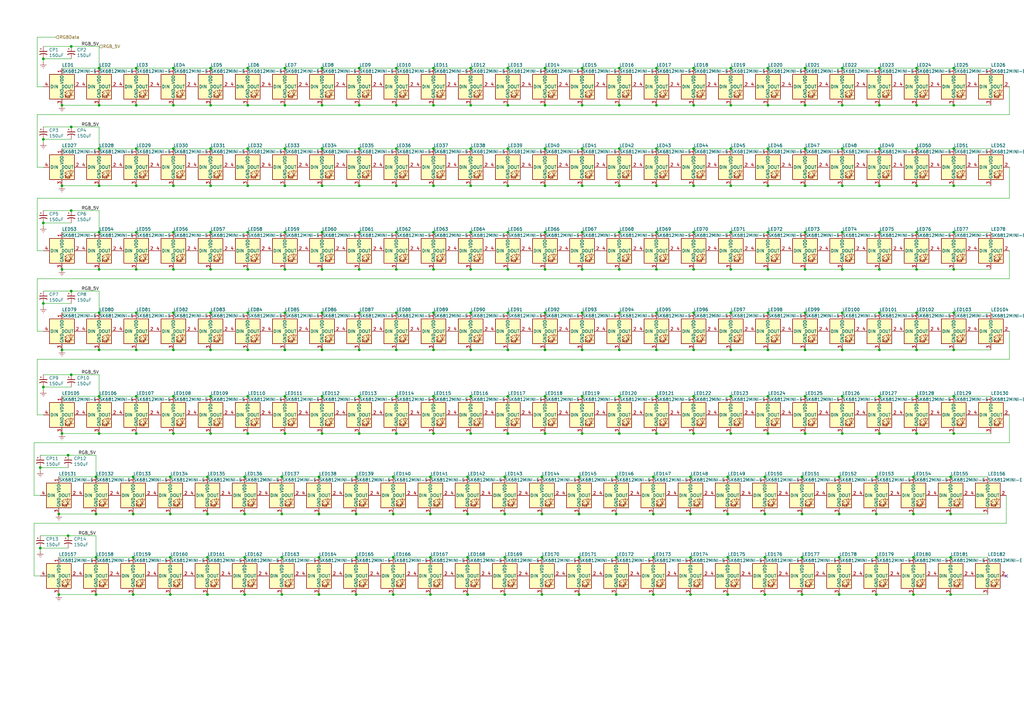
<source format=kicad_sch>
(kicad_sch (version 20211123) (generator eeschema)
  (paper "A3")
  (junction (at 374.65 210.82) (diameter 0.9144))
  (junction (at 130.81 210.82) (diameter 0.9144))
  (junction (at 267.97 228.6) (diameter 0.9144))
  (junction (at 146.05 195.58) (diameter 0.9144))
  (junction (at 359.41 210.82) (diameter 0.9144))
  (junction (at 330.2 60.96) (diameter 0.9144))
  (junction (at 299.72 143.51) (diameter 0.9144))
  (junction (at 115.57 243.84) (diameter 0.9144))
  (junction (at 360.68 177.8) (diameter 0.9144))
  (junction (at 328.93 210.82) (diameter 0.9144))
  (junction (at 344.17 243.84) (diameter 0.9144))
  (junction (at 391.16 95.25) (diameter 0.9144))
  (junction (at 360.68 76.2) (diameter 0.9144))
  (junction (at 116.84 143.51) (diameter 0.9144))
  (junction (at 101.6 143.51))
  (junction (at 69.85 228.6) (diameter 0.9144))
  (junction (at 177.8 60.96) (diameter 0.9144))
  (junction (at 101.6 43.18) (diameter 0.9144))
  (junction (at 283.21 243.84) (diameter 0.9144))
  (junction (at 269.24 95.25) (diameter 0.9144))
  (junction (at 237.49 243.84) (diameter 0.9144))
  (junction (at 267.97 195.58) (diameter 0.9144))
  (junction (at 193.04 162.56) (diameter 0.9144))
  (junction (at 314.96 43.18) (diameter 0.9144))
  (junction (at 101.6 177.8) (diameter 0.9144))
  (junction (at 237.49 210.82) (diameter 0.9144))
  (junction (at 69.85 195.58) (diameter 0.9144))
  (junction (at 360.68 128.27) (diameter 0.9144))
  (junction (at 299.72 162.56) (diameter 0.9144))
  (junction (at 193.04 177.8) (diameter 0.9144))
  (junction (at 238.76 110.49) (diameter 0.9144))
  (junction (at 374.65 243.84) (diameter 0.9144))
  (junction (at 55.88 43.18) (diameter 0.9144))
  (junction (at 132.08 128.27) (diameter 0.9144))
  (junction (at 223.52 162.56) (diameter 0.9144))
  (junction (at 177.8 110.49) (diameter 0.9144))
  (junction (at 130.81 195.58) (diameter 0.9144))
  (junction (at 283.21 228.6) (diameter 0.9144))
  (junction (at 55.88 76.2) (diameter 0.9144))
  (junction (at 146.05 210.82) (diameter 0.9144))
  (junction (at 86.36 95.25) (diameter 0.9144))
  (junction (at 54.61 243.84) (diameter 0.9144))
  (junction (at 162.56 27.94) (diameter 0.9144))
  (junction (at 101.6 60.96) (diameter 0.9144))
  (junction (at 375.92 177.8) (diameter 0.9144))
  (junction (at 39.37 243.84) (diameter 0.9144))
  (junction (at 193.04 43.18) (diameter 0.9144))
  (junction (at 269.24 60.96) (diameter 0.9144))
  (junction (at 71.12 162.56) (diameter 0.9144))
  (junction (at 345.44 27.94) (diameter 0.9144))
  (junction (at 116.84 43.18) (diameter 0.9144))
  (junction (at 375.92 128.27) (diameter 0.9144))
  (junction (at 55.88 27.94) (diameter 0.9144))
  (junction (at 85.09 243.84) (diameter 0.9144))
  (junction (at 314.96 143.51) (diameter 0.9144))
  (junction (at 345.44 110.49) (diameter 0.9144))
  (junction (at 132.08 76.2) (diameter 0.9144))
  (junction (at 223.52 60.96) (diameter 0.9144))
  (junction (at 330.2 177.8) (diameter 0.9144))
  (junction (at 313.69 243.84) (diameter 0.9144))
  (junction (at 29.21 86.36) (diameter 0.9144))
  (junction (at 254 128.27) (diameter 0.9144))
  (junction (at 177.8 27.94) (diameter 0.9144))
  (junction (at 208.28 177.8) (diameter 0.9144))
  (junction (at 344.17 228.6) (diameter 0.9144))
  (junction (at 391.16 128.27) (diameter 0.9144))
  (junction (at 132.08 95.25) (diameter 0.9144))
  (junction (at 177.8 43.18) (diameter 0.9144))
  (junction (at 101.6 27.94) (diameter 0.9144))
  (junction (at 314.96 76.2) (diameter 0.9144))
  (junction (at 39.37 195.58) (diameter 0.9144))
  (junction (at 238.76 76.2) (diameter 0.9144))
  (junction (at 238.76 95.25) (diameter 0.9144))
  (junction (at 86.36 60.96) (diameter 0.9144))
  (junction (at 254 27.94) (diameter 0.9144))
  (junction (at 29.21 19.05) (diameter 0.9144))
  (junction (at 374.65 228.6) (diameter 0.9144))
  (junction (at 69.85 210.82) (diameter 0.9144))
  (junction (at 360.68 60.96) (diameter 0.9144))
  (junction (at 177.8 177.8) (diameter 0.9144))
  (junction (at 254 177.8) (diameter 0.9144))
  (junction (at 238.76 60.96) (diameter 0.9144))
  (junction (at 55.88 60.96) (diameter 0.9144))
  (junction (at 132.08 43.18) (diameter 0.9144))
  (junction (at 391.16 110.49) (diameter 0.9144))
  (junction (at 284.48 162.56) (diameter 0.9144))
  (junction (at 375.92 95.25) (diameter 0.9144))
  (junction (at 71.12 27.94) (diameter 0.9144))
  (junction (at 345.44 177.8) (diameter 0.9144))
  (junction (at 330.2 110.49) (diameter 0.9144))
  (junction (at 375.92 162.56) (diameter 0.9144))
  (junction (at 283.21 210.82) (diameter 0.9144))
  (junction (at 27.94 219.71) (diameter 0.9144))
  (junction (at 284.48 76.2) (diameter 0.9144))
  (junction (at 223.52 27.94) (diameter 0.9144))
  (junction (at 40.64 162.56) (diameter 0.9144))
  (junction (at 223.52 128.27))
  (junction (at 191.77 195.58) (diameter 0.9144))
  (junction (at 71.12 76.2) (diameter 0.9144))
  (junction (at 147.32 95.25) (diameter 0.9144))
  (junction (at 345.44 76.2) (diameter 0.9144))
  (junction (at 86.36 76.2) (diameter 0.9144))
  (junction (at 299.72 76.2) (diameter 0.9144))
  (junction (at 330.2 76.2) (diameter 0.9144))
  (junction (at 55.88 143.51) (diameter 0.9144))
  (junction (at 389.89 195.58))
  (junction (at 391.16 60.96))
  (junction (at 360.68 27.94) (diameter 0.9144))
  (junction (at 29.21 153.67) (diameter 0.9144))
  (junction (at 116.84 177.8) (diameter 0.9144))
  (junction (at 115.57 228.6) (diameter 0.9144))
  (junction (at 162.56 43.18) (diameter 0.9144))
  (junction (at 359.41 195.58) (diameter 0.9144))
  (junction (at 269.24 177.8) (diameter 0.9144))
  (junction (at 314.96 162.56) (diameter 0.9144))
  (junction (at 330.2 43.18) (diameter 0.9144))
  (junction (at 284.48 143.51) (diameter 0.9144))
  (junction (at 284.48 110.49) (diameter 0.9144))
  (junction (at 208.28 76.2) (diameter 0.9144))
  (junction (at 147.32 143.51) (diameter 0.9144))
  (junction (at 207.01 228.6) (diameter 0.9144))
  (junction (at 25.4 177.8) (diameter 0.9144))
  (junction (at 86.36 162.56) (diameter 0.9144))
  (junction (at 40.64 95.25) (diameter 0.9144))
  (junction (at 16.51 191.77) (diameter 0.9144))
  (junction (at 345.44 162.56) (diameter 0.9144))
  (junction (at 375.92 27.94) (diameter 0.9144))
  (junction (at 177.8 76.2) (diameter 0.9144))
  (junction (at 254 143.51) (diameter 0.9144))
  (junction (at 375.92 43.18) (diameter 0.9144))
  (junction (at 207.01 243.84) (diameter 0.9144))
  (junction (at 147.32 43.18) (diameter 0.9144))
  (junction (at 254 95.25) (diameter 0.9144))
  (junction (at 25.4 143.51) (diameter 0.9144))
  (junction (at 40.64 110.49) (diameter 0.9144))
  (junction (at 25.4 110.49) (diameter 0.9144))
  (junction (at 344.17 195.58) (diameter 0.9144))
  (junction (at 328.93 243.84) (diameter 0.9144))
  (junction (at 238.76 177.8) (diameter 0.9144))
  (junction (at 55.88 177.8) (diameter 0.9144))
  (junction (at 193.04 27.94) (diameter 0.9144))
  (junction (at 116.84 76.2) (diameter 0.9144))
  (junction (at 177.8 162.56) (diameter 0.9144))
  (junction (at 161.29 228.6) (diameter 0.9144))
  (junction (at 375.92 143.51) (diameter 0.9144))
  (junction (at 55.88 162.56) (diameter 0.9144))
  (junction (at 24.13 210.82) (diameter 0.9144))
  (junction (at 193.04 60.96) (diameter 0.9144))
  (junction (at 328.93 228.6) (diameter 0.9144))
  (junction (at 147.32 128.27) (diameter 0.9144))
  (junction (at 132.08 177.8) (diameter 0.9144))
  (junction (at 298.45 210.82) (diameter 0.9144))
  (junction (at 345.44 95.25) (diameter 0.9144))
  (junction (at 71.12 128.27) (diameter 0.9144))
  (junction (at 17.78 124.46) (diameter 0.9144))
  (junction (at 29.21 119.38) (diameter 0.9144))
  (junction (at 389.89 243.84) (diameter 0.9144))
  (junction (at 132.08 110.49) (diameter 0.9144))
  (junction (at 176.53 195.58) (diameter 0.9144))
  (junction (at 359.41 228.6) (diameter 0.9144))
  (junction (at 100.33 243.84) (diameter 0.9144))
  (junction (at 207.01 195.58) (diameter 0.9144))
  (junction (at 69.85 243.84) (diameter 0.9144))
  (junction (at 237.49 228.6) (diameter 0.9144))
  (junction (at 391.16 177.8) (diameter 0.9144))
  (junction (at 269.24 43.18) (diameter 0.9144))
  (junction (at 177.8 95.25) (diameter 0.9144))
  (junction (at 86.36 110.49) (diameter 0.9144))
  (junction (at 208.28 128.27) (diameter 0.9144))
  (junction (at 176.53 243.84) (diameter 0.9144))
  (junction (at 193.04 128.27) (diameter 0.9144))
  (junction (at 101.6 128.27))
  (junction (at 147.32 110.49) (diameter 0.9144))
  (junction (at 116.84 95.25) (diameter 0.9144))
  (junction (at 193.04 110.49) (diameter 0.9144))
  (junction (at 238.76 162.56) (diameter 0.9144))
  (junction (at 298.45 195.58) (diameter 0.9144))
  (junction (at 17.78 57.15) (diameter 0.9144))
  (junction (at 223.52 76.2) (diameter 0.9144))
  (junction (at 177.8 143.51) (diameter 0.9144))
  (junction (at 375.92 110.49) (diameter 0.9144))
  (junction (at 254 76.2) (diameter 0.9144))
  (junction (at 345.44 43.18) (diameter 0.9144))
  (junction (at 54.61 210.82) (diameter 0.9144))
  (junction (at 328.93 195.58) (diameter 0.9144))
  (junction (at 375.92 76.2) (diameter 0.9144))
  (junction (at 314.96 110.49) (diameter 0.9144))
  (junction (at 17.78 158.75) (diameter 0.9144))
  (junction (at 389.89 210.82))
  (junction (at 254 110.49) (diameter 0.9144))
  (junction (at 207.01 210.82) (diameter 0.9144))
  (junction (at 208.28 143.51) (diameter 0.9144))
  (junction (at 25.4 76.2) (diameter 0.9144))
  (junction (at 344.17 210.82) (diameter 0.9144))
  (junction (at 314.96 95.25) (diameter 0.9144))
  (junction (at 360.68 95.25) (diameter 0.9144))
  (junction (at 71.12 177.8) (diameter 0.9144))
  (junction (at 146.05 228.6) (diameter 0.9144))
  (junction (at 238.76 143.51) (diameter 0.9144))
  (junction (at 147.32 60.96) (diameter 0.9144))
  (junction (at 71.12 110.49) (diameter 0.9144))
  (junction (at 162.56 110.49) (diameter 0.9144))
  (junction (at 55.88 95.25) (diameter 0.9144))
  (junction (at 101.6 110.49) (diameter 0.9144))
  (junction (at 147.32 27.94) (diameter 0.9144))
  (junction (at 85.09 228.6) (diameter 0.9144))
  (junction (at 116.84 162.56) (diameter 0.9144))
  (junction (at 130.81 243.84) (diameter 0.9144))
  (junction (at 391.16 76.2))
  (junction (at 360.68 143.51) (diameter 0.9144))
  (junction (at 299.72 43.18) (diameter 0.9144))
  (junction (at 299.72 27.94) (diameter 0.9144))
  (junction (at 115.57 195.58) (diameter 0.9144))
  (junction (at 162.56 95.25) (diameter 0.9144))
  (junction (at 132.08 162.56) (diameter 0.9144))
  (junction (at 86.36 27.94) (diameter 0.9144))
  (junction (at 269.24 162.56) (diameter 0.9144))
  (junction (at 254 60.96) (diameter 0.9144))
  (junction (at 208.28 162.56) (diameter 0.9144))
  (junction (at 208.28 95.25) (diameter 0.9144))
  (junction (at 115.57 210.82) (diameter 0.9144))
  (junction (at 147.32 162.56) (diameter 0.9144))
  (junction (at 132.08 60.96) (diameter 0.9144))
  (junction (at 222.25 210.82) (diameter 0.9144))
  (junction (at 345.44 128.27) (diameter 0.9144))
  (junction (at 191.77 210.82) (diameter 0.9144))
  (junction (at 40.64 76.2) (diameter 0.9144))
  (junction (at 40.64 43.18) (diameter 0.9144))
  (junction (at 191.77 228.6) (diameter 0.9144))
  (junction (at 39.37 228.6) (diameter 0.9144))
  (junction (at 238.76 43.18) (diameter 0.9144))
  (junction (at 238.76 27.94) (diameter 0.9144))
  (junction (at 208.28 60.96) (diameter 0.9144))
  (junction (at 132.08 143.51) (diameter 0.9144))
  (junction (at 161.29 195.58) (diameter 0.9144))
  (junction (at 85.09 210.82) (diameter 0.9144))
  (junction (at 85.09 195.58) (diameter 0.9144))
  (junction (at 284.48 95.25) (diameter 0.9144))
  (junction (at 314.96 177.8) (diameter 0.9144))
  (junction (at 223.52 43.18) (diameter 0.9144))
  (junction (at 359.41 243.84) (diameter 0.9144))
  (junction (at 71.12 60.96) (diameter 0.9144))
  (junction (at 27.94 186.69) (diameter 0.9144))
  (junction (at 162.56 60.96) (diameter 0.9144))
  (junction (at 193.04 95.25) (diameter 0.9144))
  (junction (at 191.77 243.84) (diameter 0.9144))
  (junction (at 17.78 91.44) (diameter 0.9144))
  (junction (at 330.2 162.56) (diameter 0.9144))
  (junction (at 100.33 210.82) (diameter 0.9144))
  (junction (at 162.56 76.2) (diameter 0.9144))
  (junction (at 29.21 52.07) (diameter 0.9144))
  (junction (at 100.33 228.6) (diameter 0.9144))
  (junction (at 375.92 60.96) (diameter 0.9144))
  (junction (at 313.69 210.82) (diameter 0.9144))
  (junction (at 345.44 143.51) (diameter 0.9144))
  (junction (at 222.25 195.58) (diameter 0.9144))
  (junction (at 269.24 143.51) (diameter 0.9144))
  (junction (at 223.52 177.8) (diameter 0.9144))
  (junction (at 176.53 228.6) (diameter 0.9144))
  (junction (at 284.48 60.96) (diameter 0.9144))
  (junction (at 25.4 43.18) (diameter 0.9144))
  (junction (at 252.73 243.84) (diameter 0.9144))
  (junction (at 269.24 27.94) (diameter 0.9144))
  (junction (at 71.12 95.25) (diameter 0.9144))
  (junction (at 223.52 95.25) (diameter 0.9144))
  (junction (at 132.08 27.94) (diameter 0.9144))
  (junction (at 269.24 110.49) (diameter 0.9144))
  (junction (at 391.16 143.51) (diameter 0.9144))
  (junction (at 269.24 76.2) (diameter 0.9144))
  (junction (at 208.28 27.94) (diameter 0.9144))
  (junction (at 299.72 110.49) (diameter 0.9144))
  (junction (at 389.89 228.6) (diameter 0.9144))
  (junction (at 71.12 143.51) (diameter 0.9144))
  (junction (at 284.48 43.18) (diameter 0.9144))
  (junction (at 39.37 210.82) (diameter 0.9144))
  (junction (at 284.48 128.27) (diameter 0.9144))
  (junction (at 54.61 195.58) (diameter 0.9144))
  (junction (at 267.97 210.82) (diameter 0.9144))
  (junction (at 161.29 210.82) (diameter 0.9144))
  (junction (at 176.53 210.82) (diameter 0.9144))
  (junction (at 40.64 177.8) (diameter 0.9144))
  (junction (at 55.88 110.49) (diameter 0.9144))
  (junction (at 54.61 228.6) (diameter 0.9144))
  (junction (at 86.36 143.51) (diameter 0.9144))
  (junction (at 252.73 195.58) (diameter 0.9144))
  (junction (at 391.16 27.94) (diameter 0.9144))
  (junction (at 193.04 76.2) (diameter 0.9144))
  (junction (at 222.25 228.6) (diameter 0.9144))
  (junction (at 147.32 177.8) (diameter 0.9144))
  (junction (at 298.45 243.84) (diameter 0.9144))
  (junction (at 130.81 228.6) (diameter 0.9144))
  (junction (at 237.49 195.58) (diameter 0.9144))
  (junction (at 40.64 143.51) (diameter 0.9144))
  (junction (at 284.48 177.8) (diameter 0.9144))
  (junction (at 360.68 43.18) (diameter 0.9144))
  (junction (at 313.69 228.6) (diameter 0.9144))
  (junction (at 162.56 143.51) (diameter 0.9144))
  (junction (at 208.28 110.49) (diameter 0.9144))
  (junction (at 17.78 24.13) (diameter 0.9144))
  (junction (at 86.36 128.27) (diameter 0.9144))
  (junction (at 208.28 43.18) (diameter 0.9144))
  (junction (at 193.04 143.51) (diameter 0.9144))
  (junction (at 101.6 162.56) (diameter 0.9144))
  (junction (at 299.72 177.8) (diameter 0.9144))
  (junction (at 330.2 143.51) (diameter 0.9144))
  (junction (at 254 162.56) (diameter 0.9144))
  (junction (at 16.51 224.79) (diameter 0.9144))
  (junction (at 40.64 60.96) (diameter 0.9144))
  (junction (at 360.68 110.49) (diameter 0.9144))
  (junction (at 100.33 195.58) (diameter 0.9144))
  (junction (at 86.36 177.8) (diameter 0.9144))
  (junction (at 162.56 177.8) (diameter 0.9144))
  (junction (at 162.56 128.27) (diameter 0.9144))
  (junction (at 330.2 27.94) (diameter 0.9144))
  (junction (at 283.21 195.58) (diameter 0.9144))
  (junction (at 101.6 76.2) (diameter 0.9144))
  (junction (at 330.2 128.27) (diameter 0.9144))
  (junction (at 252.73 210.82) (diameter 0.9144))
  (junction (at 360.68 162.56) (diameter 0.9144))
  (junction (at 299.72 60.96) (diameter 0.9144))
  (junction (at 222.25 243.84) (diameter 0.9144))
  (junction (at 161.29 243.84) (diameter 0.9144))
  (junction (at 116.84 110.49) (diameter 0.9144))
  (junction (at 345.44 60.96) (diameter 0.9144))
  (junction (at 146.05 243.84) (diameter 0.9144))
  (junction (at 71.12 43.18) (diameter 0.9144))
  (junction (at 116.84 60.96) (diameter 0.9144))
  (junction (at 177.8 128.27) (diameter 0.9144))
  (junction (at 298.45 228.6) (diameter 0.9144))
  (junction (at 313.69 195.58) (diameter 0.9144))
  (junction (at 391.16 43.18) (diameter 0.9144))
  (junction (at 299.72 128.27) (diameter 0.9144))
  (junction (at 223.52 110.49) (diameter 0.9144))
  (junction (at 40.64 27.94) (diameter 0.9144))
  (junction (at 299.72 95.25) (diameter 0.9144))
  (junction (at 314.96 27.94) (diameter 0.9144))
  (junction (at 267.97 243.84) (diameter 0.9144))
  (junction (at 24.13 243.84))
  (junction (at 330.2 95.25) (diameter 0.9144))
  (junction (at 116.84 27.94) (diameter 0.9144))
  (junction (at 284.48 27.94) (diameter 0.9144))
  (junction (at 314.96 128.27) (diameter 0.9144))
  (junction (at 40.64 128.27) (diameter 0.9144))
  (junction (at 162.56 162.56) (diameter 0.9144))
  (junction (at 238.76 128.27) (diameter 0.9144))
  (junction (at 223.52 143.51))
  (junction (at 147.32 76.2) (diameter 0.9144))
  (junction (at 254 43.18) (diameter 0.9144))
  (junction (at 101.6 95.25) (diameter 0.9144))
  (junction (at 391.16 162.56) (diameter 0.9144))
  (junction (at 269.24 128.27) (diameter 0.9144))
  (junction (at 374.65 195.58) (diameter 0.9144))
  (junction (at 86.36 43.18) (diameter 0.9144))
  (junction (at 314.96 60.96) (diameter 0.9144))
  (junction (at 116.84 128.27) (diameter 0.9144))
  (junction (at 252.73 228.6) (diameter 0.9144))
  (junction (at 55.88 128.27) (diameter 0.9144))
  (no_connect (at 412.75 236.22))
  (wire (pts (xy 55.88 143.51) (xy 40.64 143.51)))
  (wire (pts (xy 344.17 195.58) (xy 359.41 195.58)))
  (wire (pts (xy 177.8 95.25) (xy 193.04 95.25)))
  (wire (pts (xy 345.44 43.18) (xy 360.68 43.18)))
  (wire (pts (xy 314.96 60.96) (xy 330.2 60.96)))
  (wire (pts (xy 100.33 228.6) (xy 115.57 228.6)))
  (wire (pts (xy 162.56 128.27) (xy 177.8 128.27)))
  (wire (pts (xy 15.24 68.58) (xy 17.78 68.58)))
  (wire (pts (xy 71.12 27.94) (xy 86.36 27.94)))
  (wire (pts (xy 222.25 228.6) (xy 237.49 228.6)))
  (wire (pts (xy 69.85 243.84) (xy 85.09 243.84)))
  (wire (pts (xy 55.88 95.25) (xy 71.12 95.25)))
  (wire (pts (xy 299.72 76.2) (xy 314.96 76.2)))
  (wire (pts (xy 24.13 195.58) (xy 39.37 195.58)))
  (wire (pts (xy 69.85 195.58) (xy 85.09 195.58)))
  (wire (pts (xy 29.21 52.07) (xy 40.64 52.07)))
  (wire (pts (xy 132.08 76.2) (xy 147.32 76.2)))
  (wire (pts (xy 254 128.27) (xy 269.24 128.27)))
  (wire (pts (xy 284.48 143.51) (xy 269.24 143.51)))
  (wire (pts (xy 191.77 210.82) (xy 176.53 210.82)))
  (wire (pts (xy 40.64 95.25) (xy 55.88 95.25)))
  (wire (pts (xy 101.6 143.51) (xy 116.84 143.51)))
  (wire (pts (xy 25.4 177.8) (xy 40.64 177.8)))
  (wire (pts (xy 116.84 27.94) (xy 132.08 27.94)))
  (wire (pts (xy 71.12 128.27) (xy 86.36 128.27)))
  (wire (pts (xy 223.52 177.8) (xy 238.76 177.8)))
  (wire (pts (xy 389.89 210.82) (xy 405.13 210.82)))
  (wire (pts (xy 375.92 27.94) (xy 391.16 27.94)))
  (wire (pts (xy 86.36 128.27) (xy 101.6 128.27)))
  (wire (pts (xy 17.78 91.44) (xy 29.21 91.44)))
  (wire (pts (xy 328.93 195.58) (xy 344.17 195.58)))
  (wire (pts (xy 177.8 60.96) (xy 193.04 60.96)))
  (wire (pts (xy 132.08 143.51) (xy 116.84 143.51)))
  (wire (pts (xy 208.28 43.18) (xy 223.52 43.18)))
  (wire (pts (xy 314.96 143.51) (xy 299.72 143.51)))
  (wire (pts (xy 177.8 76.2) (xy 193.04 76.2)))
  (wire (pts (xy 193.04 76.2) (xy 208.28 76.2)))
  (wire (pts (xy 25.4 110.49) (xy 40.64 110.49)))
  (wire (pts (xy 314.96 95.25) (xy 330.2 95.25)))
  (wire (pts (xy 374.65 228.6) (xy 389.89 228.6)))
  (wire (pts (xy 86.36 76.2) (xy 101.6 76.2)))
  (wire (pts (xy 269.24 27.94) (xy 284.48 27.94)))
  (wire (pts (xy 360.68 27.94) (xy 375.92 27.94)))
  (wire (pts (xy 147.32 177.8) (xy 162.56 177.8)))
  (wire (pts (xy 252.73 210.82) (xy 237.49 210.82)))
  (wire (pts (xy 222.25 210.82) (xy 207.01 210.82)))
  (wire (pts (xy 86.36 177.8) (xy 101.6 177.8)))
  (wire (pts (xy 162.56 110.49) (xy 177.8 110.49)))
  (wire (pts (xy 71.12 43.18) (xy 86.36 43.18)))
  (wire (pts (xy 176.53 243.84) (xy 191.77 243.84)))
  (wire (pts (xy 374.65 195.58) (xy 389.89 195.58)))
  (wire (pts (xy 13.97 214.63) (xy 13.97 236.22)))
  (wire (pts (xy 71.12 177.8) (xy 86.36 177.8)))
  (wire (pts (xy 25.4 162.56) (xy 40.64 162.56)))
  (wire (pts (xy 16.51 224.79) (xy 27.94 224.79)))
  (wire (pts (xy 25.4 95.25) (xy 40.64 95.25)))
  (wire (pts (xy 54.61 210.82) (xy 39.37 210.82)))
  (wire (pts (xy 284.48 27.94) (xy 299.72 27.94)))
  (wire (pts (xy 389.89 243.84) (xy 405.13 243.84)))
  (wire (pts (xy 330.2 143.51) (xy 314.96 143.51)))
  (wire (pts (xy 86.36 143.51) (xy 71.12 143.51)))
  (wire (pts (xy 299.72 162.56) (xy 314.96 162.56)))
  (wire (pts (xy 116.84 162.56) (xy 132.08 162.56)))
  (wire (pts (xy 208.28 60.96) (xy 223.52 60.96)))
  (wire (pts (xy 269.24 95.25) (xy 284.48 95.25)))
  (wire (pts (xy 40.64 60.96) (xy 55.88 60.96)))
  (wire (pts (xy 298.45 195.58) (xy 313.69 195.58)))
  (wire (pts (xy 314.96 162.56) (xy 330.2 162.56)))
  (wire (pts (xy 162.56 143.51) (xy 147.32 143.51)))
  (wire (pts (xy 15.24 170.18) (xy 17.78 170.18)))
  (wire (pts (xy 17.78 158.75) (xy 29.21 158.75)))
  (wire (pts (xy 208.28 162.56) (xy 223.52 162.56)))
  (wire (pts (xy 237.49 210.82) (xy 222.25 210.82)))
  (wire (pts (xy 314.96 43.18) (xy 330.2 43.18)))
  (wire (pts (xy 374.65 210.82) (xy 359.41 210.82)))
  (wire (pts (xy 238.76 43.18) (xy 254 43.18)))
  (wire (pts (xy 24.13 243.84) (xy 39.37 243.84)))
  (wire (pts (xy 162.56 177.8) (xy 177.8 177.8)))
  (wire (pts (xy 13.97 214.63) (xy 412.75 214.63)))
  (wire (pts (xy 330.2 27.94) (xy 345.44 27.94)))
  (wire (pts (xy 39.37 195.58) (xy 54.61 195.58)))
  (wire (pts (xy 40.64 86.36) (xy 40.64 95.25)))
  (wire (pts (xy 15.24 81.28) (xy 414.02 81.28)))
  (wire (pts (xy 299.72 128.27) (xy 314.96 128.27)))
  (wire (pts (xy 360.68 60.96) (xy 375.92 60.96)))
  (wire (pts (xy 314.96 177.8) (xy 330.2 177.8)))
  (wire (pts (xy 359.41 243.84) (xy 374.65 243.84)))
  (wire (pts (xy 147.32 143.51) (xy 132.08 143.51)))
  (wire (pts (xy 54.61 195.58) (xy 69.85 195.58)))
  (wire (pts (xy 101.6 76.2) (xy 116.84 76.2)))
  (wire (pts (xy 193.04 43.18) (xy 208.28 43.18)))
  (wire (pts (xy 389.89 195.58) (xy 405.13 195.58)))
  (wire (pts (xy 360.68 43.18) (xy 375.92 43.18)))
  (wire (pts (xy 55.88 76.2) (xy 71.12 76.2)))
  (wire (pts (xy 147.32 95.25) (xy 162.56 95.25)))
  (wire (pts (xy 375.92 162.56) (xy 391.16 162.56)))
  (wire (pts (xy 254 60.96) (xy 269.24 60.96)))
  (wire (pts (xy 17.78 24.13) (xy 29.21 24.13)))
  (wire (pts (xy 252.73 228.6) (xy 267.97 228.6)))
  (wire (pts (xy 298.45 210.82) (xy 283.21 210.82)))
  (wire (pts (xy 39.37 219.71) (xy 39.37 228.6)))
  (wire (pts (xy 193.04 177.8) (xy 208.28 177.8)))
  (wire (pts (xy 147.32 162.56) (xy 162.56 162.56)))
  (wire (pts (xy 283.21 195.58) (xy 298.45 195.58)))
  (wire (pts (xy 85.09 210.82) (xy 69.85 210.82)))
  (wire (pts (xy 299.72 60.96) (xy 314.96 60.96)))
  (wire (pts (xy 40.64 110.49) (xy 55.88 110.49)))
  (wire (pts (xy 208.28 110.49) (xy 223.52 110.49)))
  (wire (pts (xy 267.97 195.58) (xy 283.21 195.58)))
  (wire (pts (xy 223.52 76.2) (xy 238.76 76.2)))
  (wire (pts (xy 391.16 76.2) (xy 406.4 76.2)))
  (wire (pts (xy 375.92 43.18) (xy 391.16 43.18)))
  (wire (pts (xy 146.05 195.58) (xy 161.29 195.58)))
  (wire (pts (xy 86.36 43.18) (xy 101.6 43.18)))
  (wire (pts (xy 71.12 110.49) (xy 86.36 110.49)))
  (wire (pts (xy 132.08 177.8) (xy 147.32 177.8)))
  (wire (pts (xy 299.72 95.25) (xy 314.96 95.25)))
  (wire (pts (xy 391.16 95.25) (xy 406.4 95.25)))
  (wire (pts (xy 132.08 27.94) (xy 147.32 27.94)))
  (wire (pts (xy 40.64 119.38) (xy 40.64 128.27)))
  (wire (pts (xy 161.29 228.6) (xy 176.53 228.6)))
  (wire (pts (xy 116.84 60.96) (xy 132.08 60.96)))
  (wire (pts (xy 252.73 195.58) (xy 267.97 195.58)))
  (wire (pts (xy 55.88 110.49) (xy 71.12 110.49)))
  (wire (pts (xy 40.64 76.2) (xy 55.88 76.2)))
  (wire (pts (xy 162.56 27.94) (xy 177.8 27.94)))
  (wire (pts (xy 177.8 143.51) (xy 162.56 143.51)))
  (wire (pts (xy 17.78 124.46) (xy 29.21 124.46)))
  (wire (pts (xy 146.05 243.84) (xy 161.29 243.84)))
  (wire (pts (xy 269.24 128.27) (xy 284.48 128.27)))
  (wire (pts (xy 71.12 76.2) (xy 86.36 76.2)))
  (wire (pts (xy 15.24 114.3) (xy 15.24 135.89)))
  (wire (pts (xy 101.6 95.25) (xy 116.84 95.25)))
  (wire (pts (xy 13.97 181.61) (xy 13.97 203.2)))
  (wire (pts (xy 162.56 95.25) (xy 177.8 95.25)))
  (wire (pts (xy 360.68 95.25) (xy 375.92 95.25)))
  (wire (pts (xy 15.24 81.28) (xy 15.24 102.87)))
  (wire (pts (xy 330.2 110.49) (xy 345.44 110.49)))
  (wire (pts (xy 130.81 195.58) (xy 146.05 195.58)))
  (wire (pts (xy 269.24 43.18) (xy 284.48 43.18)))
  (wire (pts (xy 284.48 76.2) (xy 299.72 76.2)))
  (wire (pts (xy 40.64 52.07) (xy 40.64 60.96)))
  (wire (pts (xy 15.24 147.32) (xy 414.02 147.32)))
  (wire (pts (xy 85.09 210.82) (xy 100.33 210.82)))
  (wire (pts (xy 238.76 177.8) (xy 254 177.8)))
  (wire (pts (xy 55.88 128.27) (xy 71.12 128.27)))
  (wire (pts (xy 55.88 43.18) (xy 71.12 43.18)))
  (wire (pts (xy 267.97 243.84) (xy 283.21 243.84)))
  (wire (pts (xy 238.76 162.56) (xy 254 162.56)))
  (wire (pts (xy 223.52 128.27) (xy 238.76 128.27)))
  (wire (pts (xy 208.28 128.27) (xy 223.52 128.27)))
  (wire (pts (xy 299.72 110.49) (xy 314.96 110.49)))
  (wire (pts (xy 391.16 143.51) (xy 375.92 143.51)))
  (wire (pts (xy 86.36 143.51) (xy 101.6 143.51)))
  (wire (pts (xy 330.2 43.18) (xy 345.44 43.18)))
  (wire (pts (xy 375.92 110.49) (xy 391.16 110.49)))
  (wire (pts (xy 193.04 128.27) (xy 208.28 128.27)))
  (wire (pts (xy 237.49 243.84) (xy 252.73 243.84)))
  (wire (pts (xy 193.04 162.56) (xy 208.28 162.56)))
  (wire (pts (xy 101.6 128.27) (xy 116.84 128.27)))
  (wire (pts (xy 55.88 177.8) (xy 71.12 177.8)))
  (wire (pts (xy 85.09 195.58) (xy 100.33 195.58)))
  (wire (pts (xy 374.65 243.84) (xy 389.89 243.84)))
  (wire (pts (xy 39.37 210.82) (xy 24.13 210.82)))
  (wire (pts (xy 147.32 110.49) (xy 162.56 110.49)))
  (wire (pts (xy 101.6 110.49) (xy 116.84 110.49)))
  (wire (pts (xy 100.33 195.58) (xy 115.57 195.58)))
  (wire (pts (xy 40.64 27.94) (xy 55.88 27.94)))
  (wire (pts (xy 314.96 128.27) (xy 330.2 128.27)))
  (wire (pts (xy 16.51 186.69) (xy 27.94 186.69)))
  (wire (pts (xy 414.02 170.18) (xy 414.02 181.61)))
  (wire (pts (xy 147.32 43.18) (xy 162.56 43.18)))
  (wire (pts (xy 116.84 128.27) (xy 132.08 128.27)))
  (wire (pts (xy 25.4 60.96) (xy 40.64 60.96)))
  (wire (pts (xy 29.21 19.05) (xy 40.64 19.05)))
  (wire (pts (xy 391.16 110.49) (xy 406.4 110.49)))
  (wire (pts (xy 414.02 46.99) (xy 414.02 35.56)))
  (wire (pts (xy 193.04 95.25) (xy 208.28 95.25)))
  (wire (pts (xy 40.64 162.56) (xy 55.88 162.56)))
  (wire (pts (xy 101.6 162.56) (xy 116.84 162.56)))
  (wire (pts (xy 17.78 57.15) (xy 29.21 57.15)))
  (wire (pts (xy 360.68 76.2) (xy 375.92 76.2)))
  (wire (pts (xy 116.84 177.8) (xy 132.08 177.8)))
  (wire (pts (xy 193.04 110.49) (xy 208.28 110.49)))
  (wire (pts (xy 254 95.25) (xy 269.24 95.25)))
  (wire (pts (xy 237.49 195.58) (xy 252.73 195.58)))
  (wire (pts (xy 299.72 27.94) (xy 314.96 27.94)))
  (wire (pts (xy 29.21 119.38) (xy 40.64 119.38)))
  (wire (pts (xy 16.51 219.71) (xy 27.94 219.71)))
  (wire (pts (xy 147.32 60.96) (xy 162.56 60.96)))
  (wire (pts (xy 177.8 110.49) (xy 193.04 110.49)))
  (wire (pts (xy 284.48 110.49) (xy 299.72 110.49)))
  (wire (pts (xy 25.4 76.2) (xy 40.64 76.2)))
  (wire (pts (xy 130.81 228.6) (xy 146.05 228.6)))
  (wire (pts (xy 238.76 110.49) (xy 254 110.49)))
  (wire (pts (xy 344.17 243.84) (xy 359.41 243.84)))
  (wire (pts (xy 345.44 60.96) (xy 360.68 60.96)))
  (wire (pts (xy 17.78 52.07) (xy 29.21 52.07)))
  (wire (pts (xy 223.52 143.51) (xy 238.76 143.51)))
  (wire (pts (xy 208.28 143.51) (xy 223.52 143.51)))
  (wire (pts (xy 40.64 43.18) (xy 55.88 43.18)))
  (wire (pts (xy 360.68 162.56) (xy 375.92 162.56)))
  (wire (pts (xy 208.28 95.25) (xy 223.52 95.25)))
  (wire (pts (xy 176.53 210.82) (xy 161.29 210.82)))
  (wire (pts (xy 25.4 27.94) (xy 40.64 27.94)))
  (wire (pts (xy 116.84 43.18) (xy 132.08 43.18)))
  (wire (pts (xy 237.49 228.6) (xy 252.73 228.6)))
  (wire (pts (xy 284.48 43.18) (xy 299.72 43.18)))
  (wire (pts (xy 71.12 143.51) (xy 55.88 143.51)))
  (wire (pts (xy 100.33 243.84) (xy 115.57 243.84)))
  (wire (pts (xy 284.48 177.8) (xy 299.72 177.8)))
  (wire (pts (xy 54.61 243.84) (xy 69.85 243.84)))
  (wire (pts (xy 391.16 177.8) (xy 406.4 177.8)))
  (wire (pts (xy 115.57 228.6) (xy 130.81 228.6)))
  (wire (pts (xy 176.53 195.58) (xy 191.77 195.58)))
  (wire (pts (xy 132.08 95.25) (xy 147.32 95.25)))
  (wire (pts (xy 86.36 27.94) (xy 101.6 27.94)))
  (wire (pts (xy 222.25 243.84) (xy 237.49 243.84)))
  (wire (pts (xy 269.24 60.96) (xy 284.48 60.96)))
  (wire (pts (xy 254 177.8) (xy 269.24 177.8)))
  (wire (pts (xy 375.92 177.8) (xy 391.16 177.8)))
  (wire (pts (xy 359.41 195.58) (xy 374.65 195.58)))
  (wire (pts (xy 132.08 43.18) (xy 147.32 43.18)))
  (wire (pts (xy 269.24 76.2) (xy 284.48 76.2)))
  (wire (pts (xy 25.4 43.18) (xy 40.64 43.18)))
  (wire (pts (xy 40.64 153.67) (xy 40.64 162.56)))
  (wire (pts (xy 16.51 193.04) (xy 16.51 191.77)))
  (wire (pts (xy 161.29 195.58) (xy 176.53 195.58)))
  (wire (pts (xy 284.48 128.27) (xy 299.72 128.27)))
  (wire (pts (xy 177.8 162.56) (xy 193.04 162.56)))
  (wire (pts (xy 328.93 243.84) (xy 344.17 243.84)))
  (wire (pts (xy 414.02 181.61) (xy 13.97 181.61)))
  (wire (pts (xy 238.76 128.27) (xy 254 128.27)))
  (wire (pts (xy 389.89 228.6) (xy 405.13 228.6)))
  (wire (pts (xy 115.57 195.58) (xy 130.81 195.58)))
  (wire (pts (xy 254 76.2) (xy 269.24 76.2)))
  (wire (pts (xy 177.8 177.8) (xy 193.04 177.8)))
  (wire (pts (xy 314.96 110.49) (xy 330.2 110.49)))
  (wire (pts (xy 330.2 76.2) (xy 345.44 76.2)))
  (wire (pts (xy 414.02 135.89) (xy 414.02 147.32)))
  (wire (pts (xy 313.69 228.6) (xy 328.93 228.6)))
  (wire (pts (xy 360.68 110.49) (xy 375.92 110.49)))
  (wire (pts (xy 208.28 27.94) (xy 223.52 27.94)))
  (wire (pts (xy 17.78 125.73) (xy 17.78 124.46)))
  (wire (pts (xy 345.44 110.49) (xy 360.68 110.49)))
  (wire (pts (xy 193.04 143.51) (xy 177.8 143.51)))
  (wire (pts (xy 85.09 228.6) (xy 100.33 228.6)))
  (wire (pts (xy 345.44 95.25) (xy 360.68 95.25)))
  (wire (pts (xy 191.77 243.84) (xy 207.01 243.84)))
  (wire (pts (xy 313.69 243.84) (xy 328.93 243.84)))
  (wire (pts (xy 16.51 226.06) (xy 16.51 224.79)))
  (wire (pts (xy 16.51 191.77) (xy 27.94 191.77)))
  (wire (pts (xy 313.69 210.82) (xy 298.45 210.82)))
  (wire (pts (xy 191.77 228.6) (xy 207.01 228.6)))
  (wire (pts (xy 55.88 162.56) (xy 71.12 162.56)))
  (wire (pts (xy 39.37 243.84) (xy 54.61 243.84)))
  (wire (pts (xy 375.92 128.27) (xy 391.16 128.27)))
  (wire (pts (xy 375.92 76.2) (xy 391.16 76.2)))
  (wire (pts (xy 314.96 76.2) (xy 330.2 76.2)))
  (wire (pts (xy 15.24 35.56) (xy 17.78 35.56)))
  (wire (pts (xy 71.12 60.96) (xy 86.36 60.96)))
  (wire (pts (xy 22.86 15.24) (xy 15.24 15.24)))
  (wire (pts (xy 313.69 195.58) (xy 328.93 195.58)))
  (wire (pts (xy 15.24 46.99) (xy 414.02 46.99)))
  (wire (pts (xy 359.41 210.82) (xy 344.17 210.82)))
  (wire (pts (xy 39.37 228.6) (xy 54.61 228.6)))
  (wire (pts (xy 17.78 153.67) (xy 29.21 153.67)))
  (wire (pts (xy 116.84 110.49) (xy 132.08 110.49)))
  (wire (pts (xy 86.36 162.56) (xy 101.6 162.56)))
  (wire (pts (xy 147.32 76.2) (xy 162.56 76.2)))
  (wire (pts (xy 252.73 243.84) (xy 267.97 243.84)))
  (wire (pts (xy 299.72 177.8) (xy 314.96 177.8)))
  (wire (pts (xy 238.76 76.2) (xy 254 76.2)))
  (wire (pts (xy 71.12 162.56) (xy 86.36 162.56)))
  (wire (pts (xy 55.88 60.96) (xy 71.12 60.96)))
  (wire (pts (xy 54.61 228.6) (xy 69.85 228.6)))
  (wire (pts (xy 17.78 160.02) (xy 17.78 158.75)))
  (wire (pts (xy 298.45 228.6) (xy 313.69 228.6)))
  (wire (pts (xy 359.41 228.6) (xy 374.65 228.6)))
  (wire (pts (xy 284.48 162.56) (xy 299.72 162.56)))
  (wire (pts (xy 223.52 110.49) (xy 238.76 110.49)))
  (wire (pts (xy 375.92 60.96) (xy 391.16 60.96)))
  (wire (pts (xy 391.16 60.96) (xy 406.4 60.96)))
  (wire (pts (xy 55.88 27.94) (xy 71.12 27.94)))
  (wire (pts (xy 40.64 128.27) (xy 55.88 128.27)))
  (wire (pts (xy 223.52 162.56) (xy 238.76 162.56)))
  (wire (pts (xy 24.13 228.6) (xy 39.37 228.6)))
  (wire (pts (xy 40.64 19.05) (xy 40.64 27.94)))
  (wire (pts (xy 115.57 243.84) (xy 130.81 243.84)))
  (wire (pts (xy 17.78 92.71) (xy 17.78 91.44)))
  (wire (pts (xy 116.84 95.25) (xy 132.08 95.25)))
  (wire (pts (xy 254 143.51) (xy 238.76 143.51)))
  (wire (pts (xy 345.44 76.2) (xy 360.68 76.2)))
  (wire (pts (xy 238.76 27.94) (xy 254 27.94)))
  (wire (pts (xy 254 162.56) (xy 269.24 162.56)))
  (wire (pts (xy 314.96 27.94) (xy 330.2 27.94)))
  (wire (pts (xy 345.44 128.27) (xy 360.68 128.27)))
  (wire (pts (xy 15.24 102.87) (xy 17.78 102.87)))
  (wire (pts (xy 283.21 243.84) (xy 298.45 243.84)))
  (wire (pts (xy 40.64 143.51) (xy 25.4 143.51)))
  (wire (pts (xy 269.24 110.49) (xy 284.48 110.49)))
  (wire (pts (xy 283.21 210.82) (xy 267.97 210.82)))
  (wire (pts (xy 345.44 177.8) (xy 360.68 177.8)))
  (wire (pts (xy 17.78 58.42) (xy 17.78 57.15)))
  (wire (pts (xy 208.28 76.2) (xy 223.52 76.2)))
  (wire (pts (xy 391.16 128.27) (xy 406.4 128.27)))
  (wire (pts (xy 269.24 143.51) (xy 254 143.51)))
  (wire (pts (xy 223.52 95.25) (xy 238.76 95.25)))
  (wire (pts (xy 207.01 195.58) (xy 222.25 195.58)))
  (wire (pts (xy 193.04 27.94) (xy 208.28 27.94)))
  (wire (pts (xy 146.05 228.6) (xy 161.29 228.6)))
  (wire (pts (xy 207.01 243.84) (xy 222.25 243.84)))
  (wire (pts (xy 17.78 119.38) (xy 29.21 119.38)))
  (wire (pts (xy 132.08 128.27) (xy 147.32 128.27)))
  (wire (pts (xy 269.24 162.56) (xy 284.48 162.56)))
  (wire (pts (xy 85.09 243.84) (xy 100.33 243.84)))
  (wire (pts (xy 146.05 210.82) (xy 130.81 210.82)))
  (wire (pts (xy 391.16 27.94) (xy 406.4 27.94)))
  (wire (pts (xy 360.68 143.51) (xy 345.44 143.51)))
  (wire (pts (xy 69.85 228.6) (xy 85.09 228.6)))
  (wire (pts (xy 330.2 128.27) (xy 345.44 128.27)))
  (wire (pts (xy 191.77 195.58) (xy 207.01 195.58)))
  (wire (pts (xy 330.2 95.25) (xy 345.44 95.25)))
  (wire (pts (xy 162.56 76.2) (xy 177.8 76.2)))
  (wire (pts (xy 269.24 177.8) (xy 284.48 177.8)))
  (wire (pts (xy 101.6 177.8) (xy 116.84 177.8)))
  (wire (pts (xy 299.72 143.51) (xy 284.48 143.51)))
  (wire (pts (xy 147.32 27.94) (xy 162.56 27.94)))
  (wire (pts (xy 29.21 153.67) (xy 40.64 153.67)))
  (wire (pts (xy 27.94 186.69) (xy 39.37 186.69)))
  (wire (pts (xy 360.68 177.8) (xy 375.92 177.8)))
  (wire (pts (xy 223.52 60.96) (xy 238.76 60.96)))
  (wire (pts (xy 101.6 43.18) (xy 116.84 43.18)))
  (wire (pts (xy 86.36 110.49) (xy 101.6 110.49)))
  (wire (pts (xy 132.08 110.49) (xy 147.32 110.49)))
  (wire (pts (xy 130.81 243.84) (xy 146.05 243.84)))
  (wire (pts (xy 17.78 19.05) (xy 29.21 19.05)))
  (wire (pts (xy 222.25 195.58) (xy 237.49 195.58)))
  (wire (pts (xy 147.32 128.27) (xy 162.56 128.27)))
  (wire (pts (xy 29.21 86.36) (xy 40.64 86.36)))
  (wire (pts (xy 162.56 60.96) (xy 177.8 60.96)))
  (wire (pts (xy 13.97 236.22) (xy 16.51 236.22)))
  (wire (pts (xy 207.01 228.6) (xy 222.25 228.6)))
  (wire (pts (xy 132.08 162.56) (xy 147.32 162.56)))
  (wire (pts (xy 15.24 15.24) (xy 15.24 35.56)))
  (wire (pts (xy 284.48 95.25) (xy 299.72 95.25)))
  (wire (pts (xy 223.52 27.94) (xy 238.76 27.94)))
  (wire (pts (xy 328.93 228.6) (xy 344.17 228.6)))
  (wire (pts (xy 330.2 162.56) (xy 345.44 162.56)))
  (wire (pts (xy 345.44 27.94) (xy 360.68 27.94)))
  (wire (pts (xy 360.68 128.27) (xy 375.92 128.27)))
  (wire (pts (xy 328.93 210.82) (xy 313.69 210.82)))
  (wire (pts (xy 25.4 128.27) (xy 40.64 128.27)))
  (wire (pts (xy 101.6 27.94) (xy 116.84 27.94)))
  (wire (pts (xy 406.4 143.51) (xy 391.16 143.51)))
  (wire (pts (xy 254 43.18) (xy 269.24 43.18)))
  (wire (pts (xy 208.28 177.8) (xy 223.52 177.8)))
  (wire (pts (xy 161.29 243.84) (xy 176.53 243.84)))
  (wire (pts (xy 115.57 210.82) (xy 100.33 210.82)))
  (wire (pts (xy 254 110.49) (xy 269.24 110.49)))
  (wire (pts (xy 101.6 60.96) (xy 116.84 60.96)))
  (wire (pts (xy 374.65 210.82) (xy 389.89 210.82)))
  (wire (pts (xy 412.75 203.2) (xy 412.75 214.63)))
  (wire (pts (xy 177.8 128.27) (xy 193.04 128.27)))
  (wire (pts (xy 238.76 95.25) (xy 254 95.25)))
  (wire (pts (xy 267.97 210.82) (xy 252.73 210.82)))
  (wire (pts (xy 177.8 43.18) (xy 193.04 43.18)))
  (wire (pts (xy 254 27.94) (xy 269.24 27.94)))
  (wire (pts (xy 161.29 210.82) (xy 146.05 210.82)))
  (wire (pts (xy 391.16 162.56) (xy 406.4 162.56)))
  (wire (pts (xy 132.08 60.96) (xy 147.32 60.96)))
  (wire (pts (xy 207.01 210.82) (xy 191.77 210.82)))
  (wire (pts (xy 15.24 147.32) (xy 15.24 170.18)))
  (wire (pts (xy 344.17 210.82) (xy 328.93 210.82)))
  (wire (pts (xy 375.92 95.25) (xy 391.16 95.25)))
  (wire (pts (xy 223.52 43.18) (xy 238.76 43.18)))
  (wire (pts (xy 284.48 60.96) (xy 299.72 60.96)))
  (wire (pts (xy 39.37 186.69) (xy 39.37 195.58)))
  (wire (pts (xy 15.24 114.3) (xy 414.02 114.3)))
  (wire (pts (xy 283.21 228.6) (xy 298.45 228.6)))
  (wire (pts (xy 330.2 60.96) (xy 345.44 60.96)))
  (wire (pts (xy 193.04 60.96) (xy 208.28 60.96)))
  (wire (pts (xy 86.36 95.25) (xy 101.6 95.25)))
  (wire (pts (xy 27.94 219.71) (xy 39.37 219.71)))
  (wire (pts (xy 86.36 60.96) (xy 101.6 60.96)))
  (wire (pts (xy 162.56 43.18) (xy 177.8 43.18)))
  (wire (pts (xy 40.64 177.8) (xy 55.88 177.8)))
  (wire (pts (xy 375.92 143.51) (xy 360.68 143.51)))
  (wire (pts (xy 298.45 243.84) (xy 313.69 243.84)))
  (wire (pts (xy 15.24 135.89) (xy 17.78 135.89)))
  (wire (pts (xy 414.02 68.58) (xy 414.02 81.28)))
  (wire (pts (xy 130.81 210.82) (xy 115.57 210.82)))
  (wire (pts (xy 208.28 143.51) (xy 193.04 143.51)))
  (wire (pts (xy 330.2 177.8) (xy 345.44 177.8)))
  (wire (pts (xy 344.17 228.6) (xy 359.41 228.6)))
  (wire (pts (xy 13.97 203.2) (xy 16.51 203.2)))
  (wire (pts (xy 345.44 162.56) (xy 360.68 162.56)))
  (wire (pts (xy 69.85 210.82) (xy 54.61 210.82)))
  (wire (pts (xy 71.12 95.25) (xy 86.36 95.25)))
  (wire (pts (xy 177.8 27.94) (xy 193.04 27.94)))
  (wire (pts (xy 414.02 114.3) (xy 414.02 102.87)))
  (wire (pts (xy 116.84 76.2) (xy 132.08 76.2)))
  (wire (pts (xy 299.72 43.18) (xy 314.96 43.18)))
  (wire (pts (xy 15.24 46.99) (xy 15.24 68.58)))
  (wire (pts (xy 345.44 143.51) (xy 330.2 143.51)))
  (wire (pts (xy 176.53 228.6) (xy 191.77 228.6)))
  (wire (pts (xy 267.97 228.6) (xy 283.21 228.6)))
  (wire (pts (xy 17.78 86.36) (xy 29.21 86.36)))
  (wire (pts (xy 162.56 162.56) (xy 177.8 162.56)))
  (wire (pts (xy 17.78 25.4) (xy 17.78 24.13)))
  (wire (pts (xy 238.76 60.96) (xy 254 60.96)))
  (wire (pts (xy 391.16 43.18) (xy 406.4 43.18)))
  (label "RGB_5V" (at 40.64 119.38 180))
  (label "RGB_5V" (at 40.64 86.36 180))
  (label "RGB_5V" (at 40.64 19.05 180))
  (label "RGB_5V" (at 39.37 186.69 180))
  (label "RGB_5V" (at 40.64 153.67 180))
  (label "RGB_5V" (at 39.37 219.71 180))
  (label "RGB_5V" (at 40.64 52.07 180))
  (hierarchical_label "RGBData" (shape input) (at 22.86 15.24 0))
  (hierarchical_label "RGB_5V" (shape input) (at 40.64 19.05 0))
  (symbol (lib_id "power:Earth") (at 25.4 43.18 0) (unit 1)
    (property "Reference" "#PWR024" (effects hide))
    (property "Value" "Earth" (effects hide))
  )
  (symbol (lib_id "power:Earth") (at 25.4 76.2 0) (unit 1)
    (property "Reference" "#PWR026" (effects hide))
    (property "Value" "Earth" (effects hide))
  )
  (symbol (lib_id "power:Earth") (at 25.4 110.49 0) (unit 1)
    (property "Reference" "#PWR028" (effects hide))
    (property "Value" "Earth" (effects hide))
  )
  (symbol (lib_id "power:Earth") (at 25.4 143.51 0) (unit 1)
    (property "Reference" "#PWR031" (effects hide))
    (property "Value" "Earth" (effects hide))
  )
  (symbol (lib_id "power:Earth") (at 25.4 177.8 0) (unit 1)
    (property "Reference" "#PWR033" (effects hide))
    (property "Value" "Earth" (effects hide))
  )
  (symbol (lib_id "power:Earth") (at 24.13 210.82 0) (unit 1)
    (property "Reference" "#PWR035" (effects hide))
    (property "Value" "Earth" (effects hide))
  )
  (symbol (lib_id "power:Earth") (at 24.13 243.84 0) (unit 1)
    (property "Reference" "#PWR037" (effects hide))
    (property "Value" "Earth" (effects hide))
  )
  (symbol (lib_id "fu_keyboard-rescue:SK6812MINI-E-LED") (at 25.4 35.56 0) (unit 1)
    (property "Reference" "LED1" (at 25.4 26.67 0) (effects (justify left)))
    (property "Value" "SK6812MINI-E" (at 25.4 29.21 0) (effects (justify left)))
    (property "Footprint" "keyboard_parts:MX_SK6812MINI-E" (effects hide))
    (property "Datasheet" "https://cdn-shop.adafruit.com/product-files/2686/SK6812MINI_REV.01-1-2.pdf" (effects hide))
  )
  (symbol (lib_id "fu_keyboard-rescue:SK6812MINI-E-LED") (at 40.64 35.56 0) (unit 1)
    (property "Reference" "LED2" (at 40.64 26.67 0) (effects (justify left)))
    (property "Value" "SK6812MINI-E" (at 40.64 29.21 0) (effects (justify left)))
    (property "Footprint" "keyboard_parts:MX_SK6812MINI-E" (effects hide))
    (property "Datasheet" "https://cdn-shop.adafruit.com/product-files/2686/SK6812MINI_REV.01-1-2.pdf" (effects hide))
  )
  (symbol (lib_id "fu_keyboard-rescue:SK6812MINI-E-LED") (at 55.88 35.56 0) (unit 1)
    (property "Reference" "LED3" (at 55.88 26.67 0) (effects (justify left)))
    (property "Value" "SK6812MINI-E" (at 55.88 29.21 0) (effects (justify left)))
    (property "Footprint" "keyboard_parts:MX_SK6812MINI-E" (effects hide))
    (property "Datasheet" "https://cdn-shop.adafruit.com/product-files/2686/SK6812MINI_REV.01-1-2.pdf" (effects hide))
  )
  (symbol (lib_id "fu_keyboard-rescue:SK6812MINI-E-LED") (at 71.12 35.56 0) (unit 1)
    (property "Reference" "LED4" (at 71.12 26.67 0) (effects (justify left)))
    (property "Value" "SK6812MINI-E" (at 71.12 29.21 0) (effects (justify left)))
    (property "Footprint" "keyboard_parts:MX_SK6812MINI-E" (effects hide))
    (property "Datasheet" "https://cdn-shop.adafruit.com/product-files/2686/SK6812MINI_REV.01-1-2.pdf" (effects hide))
  )
  (symbol (lib_id "fu_keyboard-rescue:SK6812MINI-E-LED") (at 86.36 35.56 0) (unit 1)
    (property "Reference" "LED5" (at 86.36 26.67 0) (effects (justify left)))
    (property "Value" "SK6812MINI-E" (at 86.36 29.21 0) (effects (justify left)))
    (property "Footprint" "keyboard_parts:MX_SK6812MINI-E" (effects hide))
    (property "Datasheet" "https://cdn-shop.adafruit.com/product-files/2686/SK6812MINI_REV.01-1-2.pdf" (effects hide))
  )
  (symbol (lib_id "fu_keyboard-rescue:SK6812MINI-E-LED") (at 101.6 35.56 0) (unit 1)
    (property "Reference" "LED6" (at 101.6 26.67 0) (effects (justify left)))
    (property "Value" "SK6812MINI-E" (at 101.6 29.21 0) (effects (justify left)))
    (property "Footprint" "keyboard_parts:MX_SK6812MINI-E" (effects hide))
    (property "Datasheet" "https://cdn-shop.adafruit.com/product-files/2686/SK6812MINI_REV.01-1-2.pdf" (effects hide))
  )
  (symbol (lib_id "fu_keyboard-rescue:SK6812MINI-E-LED") (at 116.84 35.56 0) (unit 1)
    (property "Reference" "LED7" (at 116.84 26.67 0) (effects (justify left)))
    (property "Value" "SK6812MINI-E" (at 116.84 29.21 0) (effects (justify left)))
    (property "Footprint" "keyboard_parts:MX_SK6812MINI-E" (effects hide))
    (property "Datasheet" "https://cdn-shop.adafruit.com/product-files/2686/SK6812MINI_REV.01-1-2.pdf" (effects hide))
  )
  (symbol (lib_id "fu_keyboard-rescue:SK6812MINI-E-LED") (at 132.08 35.56 0) (unit 1)
    (property "Reference" "LED8" (at 132.08 26.67 0) (effects (justify left)))
    (property "Value" "SK6812MINI-E" (at 132.08 29.21 0) (effects (justify left)))
    (property "Footprint" "keyboard_parts:MX_SK6812MINI-E" (effects hide))
    (property "Datasheet" "https://cdn-shop.adafruit.com/product-files/2686/SK6812MINI_REV.01-1-2.pdf" (effects hide))
  )
  (symbol (lib_id "fu_keyboard-rescue:SK6812MINI-E-LED") (at 147.32 35.56 0) (unit 1)
    (property "Reference" "LED9" (at 147.32 26.67 0) (effects (justify left)))
    (property "Value" "SK6812MINI-E" (at 147.32 29.21 0) (effects (justify left)))
    (property "Footprint" "keyboard_parts:MX_SK6812MINI-E" (effects hide))
    (property "Datasheet" "https://cdn-shop.adafruit.com/product-files/2686/SK6812MINI_REV.01-1-2.pdf" (effects hide))
  )
  (symbol (lib_id "fu_keyboard-rescue:SK6812MINI-E-LED") (at 162.56 35.56 0) (unit 1)
    (property "Reference" "LED10" (at 162.56 26.67 0) (effects (justify left)))
    (property "Value" "SK6812MINI-E" (at 162.56 29.21 0) (effects (justify left)))
    (property "Footprint" "keyboard_parts:MX_SK6812MINI-E" (effects hide))
    (property "Datasheet" "https://cdn-shop.adafruit.com/product-files/2686/SK6812MINI_REV.01-1-2.pdf" (effects hide))
  )
  (symbol (lib_id "fu_keyboard-rescue:SK6812MINI-E-LED") (at 177.8 35.56 0) (unit 1)
    (property "Reference" "LED11" (at 177.8 26.67 0) (effects (justify left)))
    (property "Value" "SK6812MINI-E" (at 177.8 29.21 0) (effects (justify left)))
    (property "Footprint" "keyboard_parts:MX_SK6812MINI-E" (effects hide))
    (property "Datasheet" "https://cdn-shop.adafruit.com/product-files/2686/SK6812MINI_REV.01-1-2.pdf" (effects hide))
  )
  (symbol (lib_id "fu_keyboard-rescue:SK6812MINI-E-LED") (at 193.04 35.56 0) (unit 1)
    (property "Reference" "LED12" (at 193.04 26.67 0) (effects (justify left)))
    (property "Value" "SK6812MINI-E" (at 193.04 29.21 0) (effects (justify left)))
    (property "Footprint" "keyboard_parts:MX_SK6812MINI-E" (effects hide))
    (property "Datasheet" "https://cdn-shop.adafruit.com/product-files/2686/SK6812MINI_REV.01-1-2.pdf" (effects hide))
  )
  (symbol (lib_id "fu_keyboard-rescue:SK6812MINI-E-LED") (at 208.28 35.56 0) (unit 1)
    (property "Reference" "LED13" (at 208.28 26.67 0) (effects (justify left)))
    (property "Value" "SK6812MINI-E" (at 208.28 29.21 0) (effects (justify left)))
    (property "Footprint" "keyboard_parts:MX_SK6812MINI-E" (effects hide))
    (property "Datasheet" "https://cdn-shop.adafruit.com/product-files/2686/SK6812MINI_REV.01-1-2.pdf" (effects hide))
  )
  (symbol (lib_id "fu_keyboard-rescue:SK6812MINI-E-LED") (at 223.52 35.56 0) (unit 1)
    (property "Reference" "LED14" (at 223.52 26.67 0) (effects (justify left)))
    (property "Value" "SK6812MINI-E" (at 223.52 29.21 0) (effects (justify left)))
    (property "Footprint" "keyboard_parts:MX_SK6812MINI-E" (effects hide))
    (property "Datasheet" "https://cdn-shop.adafruit.com/product-files/2686/SK6812MINI_REV.01-1-2.pdf" (effects hide))
  )
  (symbol (lib_id "fu_keyboard-rescue:SK6812MINI-E-LED") (at 238.76 35.56 0) (unit 1)
    (property "Reference" "LED15" (at 238.76 26.67 0) (effects (justify left)))
    (property "Value" "SK6812MINI-E" (at 238.76 29.21 0) (effects (justify left)))
    (property "Footprint" "keyboard_parts:MX_SK6812MINI-E" (effects hide))
    (property "Datasheet" "https://cdn-shop.adafruit.com/product-files/2686/SK6812MINI_REV.01-1-2.pdf" (effects hide))
  )
  (symbol (lib_id "fu_keyboard-rescue:SK6812MINI-E-LED") (at 254 35.56 0) (unit 1)
    (property "Reference" "LED16" (at 254 26.67 0) (effects (justify left)))
    (property "Value" "SK6812MINI-E" (at 254 29.21 0) (effects (justify left)))
    (property "Footprint" "keyboard_parts:MX_SK6812MINI-E" (effects hide))
    (property "Datasheet" "https://cdn-shop.adafruit.com/product-files/2686/SK6812MINI_REV.01-1-2.pdf" (effects hide))
  )
  (symbol (lib_id "fu_keyboard-rescue:SK6812MINI-E-LED") (at 269.24 35.56 0) (unit 1)
    (property "Reference" "LED17" (at 269.24 26.67 0) (effects (justify left)))
    (property "Value" "SK6812MINI-E" (at 269.24 29.21 0) (effects (justify left)))
    (property "Footprint" "keyboard_parts:MX_SK6812MINI-E" (effects hide))
    (property "Datasheet" "https://cdn-shop.adafruit.com/product-files/2686/SK6812MINI_REV.01-1-2.pdf" (effects hide))
  )
  (symbol (lib_id "fu_keyboard-rescue:SK6812MINI-E-LED") (at 284.48 35.56 0) (unit 1)
    (property "Reference" "LED18" (at 284.48 26.67 0) (effects (justify left)))
    (property "Value" "SK6812MINI-E" (at 284.48 29.21 0) (effects (justify left)))
    (property "Footprint" "keyboard_parts:MX_SK6812MINI-E" (effects hide))
    (property "Datasheet" "https://cdn-shop.adafruit.com/product-files/2686/SK6812MINI_REV.01-1-2.pdf" (effects hide))
  )
  (symbol (lib_id "fu_keyboard-rescue:SK6812MINI-E-LED") (at 299.72 35.56 0) (unit 1)
    (property "Reference" "LED19" (at 299.72 26.67 0) (effects (justify left)))
    (property "Value" "SK6812MINI-E" (at 299.72 29.21 0) (effects (justify left)))
    (property "Footprint" "keyboard_parts:MX_SK6812MINI-E" (effects hide))
    (property "Datasheet" "https://cdn-shop.adafruit.com/product-files/2686/SK6812MINI_REV.01-1-2.pdf" (effects hide))
  )
  (symbol (lib_id "fu_keyboard-rescue:SK6812MINI-E-LED") (at 314.96 35.56 0) (unit 1)
    (property "Reference" "LED20" (at 314.96 26.67 0) (effects (justify left)))
    (property "Value" "SK6812MINI-E" (at 314.96 29.21 0) (effects (justify left)))
    (property "Footprint" "keyboard_parts:MX_SK6812MINI-E" (effects hide))
    (property "Datasheet" "https://cdn-shop.adafruit.com/product-files/2686/SK6812MINI_REV.01-1-2.pdf" (effects hide))
  )
  (symbol (lib_id "fu_keyboard-rescue:SK6812MINI-E-LED") (at 330.2 35.56 0) (unit 1)
    (property "Reference" "LED21" (at 330.2 26.67 0) (effects (justify left)))
    (property "Value" "SK6812MINI-E" (at 330.2 29.21 0) (effects (justify left)))
    (property "Footprint" "keyboard_parts:MX_SK6812MINI-E" (effects hide))
    (property "Datasheet" "https://cdn-shop.adafruit.com/product-files/2686/SK6812MINI_REV.01-1-2.pdf" (effects hide))
  )
  (symbol (lib_id "fu_keyboard-rescue:SK6812MINI-E-LED") (at 345.44 35.56 0) (unit 1)
    (property "Reference" "LED22" (at 345.44 26.67 0) (effects (justify left)))
    (property "Value" "SK6812MINI-E" (at 345.44 29.21 0) (effects (justify left)))
    (property "Footprint" "keyboard_parts:MX_SK6812MINI-E" (effects hide))
    (property "Datasheet" "https://cdn-shop.adafruit.com/product-files/2686/SK6812MINI_REV.01-1-2.pdf" (effects hide))
  )
  (symbol (lib_id "fu_keyboard-rescue:SK6812MINI-E-LED") (at 360.68 35.56 0) (unit 1)
    (property "Reference" "LED23" (at 360.68 26.67 0) (effects (justify left)))
    (property "Value" "SK6812MINI-E" (at 360.68 29.21 0) (effects (justify left)))
    (property "Footprint" "keyboard_parts:MX_SK6812MINI-E" (effects hide))
    (property "Datasheet" "https://cdn-shop.adafruit.com/product-files/2686/SK6812MINI_REV.01-1-2.pdf" (effects hide))
  )
  (symbol (lib_id "fu_keyboard-rescue:SK6812MINI-E-LED") (at 375.92 35.56 0) (unit 1)
    (property "Reference" "LED24" (at 375.92 26.67 0) (effects (justify left)))
    (property "Value" "SK6812MINI-E" (at 375.92 29.21 0) (effects (justify left)))
    (property "Footprint" "keyboard_parts:MX_SK6812MINI-E" (effects hide))
    (property "Datasheet" "https://cdn-shop.adafruit.com/product-files/2686/SK6812MINI_REV.01-1-2.pdf" (effects hide))
  )
  (symbol (lib_id "fu_keyboard-rescue:SK6812MINI-E-LED") (at 391.16 35.56 0) (unit 1)
    (property "Reference" "LED25" (at 391.16 26.67 0) (effects (justify left)))
    (property "Value" "SK6812MINI-E" (at 391.16 29.21 0) (effects (justify left)))
    (property "Footprint" "keyboard_parts:MX_SK6812MINI-E" (effects hide))
    (property "Datasheet" "https://cdn-shop.adafruit.com/product-files/2686/SK6812MINI_REV.01-1-2.pdf" (effects hide))
  )
  (symbol (lib_id "fu_keyboard-rescue:SK6812MINI-E-LED") (at 406.4 35.56 0) (unit 1)
    (property "Reference" "LED26" (at 406.4 26.67 0) (effects (justify left)))
    (property "Value" "SK6812MINI-E" (at 406.4 29.21 0) (effects (justify left)))
    (property "Footprint" "keyboard_parts:MX_SK6812MINI-E" (effects hide))
    (property "Datasheet" "https://cdn-shop.adafruit.com/product-files/2686/SK6812MINI_REV.01-1-2.pdf" (effects hide))
  )
  (symbol (lib_id "fu_keyboard-rescue:CP1_Small-Device") (at 17.78 21.59 0) (unit 1)
    (property "Reference" "CP1" (at 20.0914 20.4216 0) (effects (justify left)))
    (property "Value" "150uF" (at 20.0914 22.733 0) (effects (justify left)))
    (property "Footprint" "Capacitor_Tantalum_SMD:CP_EIA-3528-21_Kemet-B" (effects hide))
  )
  (symbol (lib_id "power:Earth") (at 17.78 25.4 0) (unit 1)
    (property "Reference" "#PWR023" (effects hide))
    (property "Value" "Earth" (effects hide))
  )
  (symbol (lib_id "fu_keyboard-rescue:SK6812MINI-E-LED") (at 25.4 68.58 0) (unit 1)
    (property "Reference" "LED27" (at 25.4 59.69 0) (effects (justify left)))
    (property "Value" "SK6812MINI-E" (at 25.4 62.23 0) (effects (justify left)))
    (property "Footprint" "keyboard_parts:MX_SK6812MINI-E_REV" (effects hide))
    (property "Datasheet" "https://cdn-shop.adafruit.com/product-files/2686/SK6812MINI_REV.01-1-2.pdf" (effects hide))
  )
  (symbol (lib_id "fu_keyboard-rescue:SK6812MINI-E-LED") (at 40.64 68.58 0) (unit 1)
    (property "Reference" "LED28" (at 40.64 59.69 0) (effects (justify left)))
    (property "Value" "SK6812MINI-E" (at 40.64 62.23 0) (effects (justify left)))
    (property "Footprint" "keyboard_parts:MX_SK6812MINI-E_REV" (effects hide))
    (property "Datasheet" "https://cdn-shop.adafruit.com/product-files/2686/SK6812MINI_REV.01-1-2.pdf" (effects hide))
  )
  (symbol (lib_id "fu_keyboard-rescue:SK6812MINI-E-LED") (at 55.88 68.58 0) (unit 1)
    (property "Reference" "LED29" (at 55.88 59.69 0) (effects (justify left)))
    (property "Value" "SK6812MINI-E" (at 55.88 62.23 0) (effects (justify left)))
    (property "Footprint" "keyboard_parts:MX_SK6812MINI-E_REV" (effects hide))
    (property "Datasheet" "https://cdn-shop.adafruit.com/product-files/2686/SK6812MINI_REV.01-1-2.pdf" (effects hide))
  )
  (symbol (lib_id "fu_keyboard-rescue:SK6812MINI-E-LED") (at 71.12 68.58 0) (unit 1)
    (property "Reference" "LED30" (at 71.12 59.69 0) (effects (justify left)))
    (property "Value" "SK6812MINI-E" (at 71.12 62.23 0) (effects (justify left)))
    (property "Footprint" "keyboard_parts:MX_SK6812MINI-E_REV" (effects hide))
    (property "Datasheet" "https://cdn-shop.adafruit.com/product-files/2686/SK6812MINI_REV.01-1-2.pdf" (effects hide))
  )
  (symbol (lib_id "fu_keyboard-rescue:SK6812MINI-E-LED") (at 86.36 68.58 0) (unit 1)
    (property "Reference" "LED31" (at 86.36 59.69 0) (effects (justify left)))
    (property "Value" "SK6812MINI-E" (at 86.36 62.23 0) (effects (justify left)))
    (property "Footprint" "keyboard_parts:MX_SK6812MINI-E_REV" (effects hide))
    (property "Datasheet" "https://cdn-shop.adafruit.com/product-files/2686/SK6812MINI_REV.01-1-2.pdf" (effects hide))
  )
  (symbol (lib_id "fu_keyboard-rescue:SK6812MINI-E-LED") (at 101.6 68.58 0) (unit 1)
    (property "Reference" "LED32" (at 101.6 59.69 0) (effects (justify left)))
    (property "Value" "SK6812MINI-E" (at 101.6 62.23 0) (effects (justify left)))
    (property "Footprint" "keyboard_parts:MX_SK6812MINI-E_REV" (effects hide))
    (property "Datasheet" "https://cdn-shop.adafruit.com/product-files/2686/SK6812MINI_REV.01-1-2.pdf" (effects hide))
  )
  (symbol (lib_id "fu_keyboard-rescue:SK6812MINI-E-LED") (at 116.84 68.58 0) (unit 1)
    (property "Reference" "LED33" (at 116.84 59.69 0) (effects (justify left)))
    (property "Value" "SK6812MINI-E" (at 116.84 62.23 0) (effects (justify left)))
    (property "Footprint" "keyboard_parts:MX_SK6812MINI-E_REV" (effects hide))
    (property "Datasheet" "https://cdn-shop.adafruit.com/product-files/2686/SK6812MINI_REV.01-1-2.pdf" (effects hide))
  )
  (symbol (lib_id "fu_keyboard-rescue:SK6812MINI-E-LED") (at 132.08 68.58 0) (unit 1)
    (property "Reference" "LED34" (at 132.08 59.69 0) (effects (justify left)))
    (property "Value" "SK6812MINI-E" (at 132.08 62.23 0) (effects (justify left)))
    (property "Footprint" "keyboard_parts:MX_SK6812MINI-E_REV" (effects hide))
    (property "Datasheet" "https://cdn-shop.adafruit.com/product-files/2686/SK6812MINI_REV.01-1-2.pdf" (effects hide))
  )
  (symbol (lib_id "fu_keyboard-rescue:SK6812MINI-E-LED") (at 147.32 68.58 0) (unit 1)
    (property "Reference" "LED35" (at 147.32 59.69 0) (effects (justify left)))
    (property "Value" "SK6812MINI-E" (at 147.32 62.23 0) (effects (justify left)))
    (property "Footprint" "keyboard_parts:MX_SK6812MINI-E_REV" (effects hide))
    (property "Datasheet" "https://cdn-shop.adafruit.com/product-files/2686/SK6812MINI_REV.01-1-2.pdf" (effects hide))
  )
  (symbol (lib_id "fu_keyboard-rescue:SK6812MINI-E-LED") (at 162.56 68.58 0) (unit 1)
    (property "Reference" "LED36" (at 162.56 59.69 0) (effects (justify left)))
    (property "Value" "SK6812MINI-E" (at 162.56 62.23 0) (effects (justify left)))
    (property "Footprint" "keyboard_parts:MX_SK6812MINI-E_REV" (effects hide))
    (property "Datasheet" "https://cdn-shop.adafruit.com/product-files/2686/SK6812MINI_REV.01-1-2.pdf" (effects hide))
  )
  (symbol (lib_id "fu_keyboard-rescue:SK6812MINI-E-LED") (at 177.8 68.58 0) (unit 1)
    (property "Reference" "LED37" (at 177.8 59.69 0) (effects (justify left)))
    (property "Value" "SK6812MINI-E" (at 177.8 62.23 0) (effects (justify left)))
    (property "Footprint" "keyboard_parts:MX_SK6812MINI-E_REV" (effects hide))
    (property "Datasheet" "https://cdn-shop.adafruit.com/product-files/2686/SK6812MINI_REV.01-1-2.pdf" (effects hide))
  )
  (symbol (lib_id "fu_keyboard-rescue:SK6812MINI-E-LED") (at 193.04 68.58 0) (unit 1)
    (property "Reference" "LED38" (at 193.04 59.69 0) (effects (justify left)))
    (property "Value" "SK6812MINI-E" (at 193.04 62.23 0) (effects (justify left)))
    (property "Footprint" "keyboard_parts:MX_SK6812MINI-E_REV" (effects hide))
    (property "Datasheet" "https://cdn-shop.adafruit.com/product-files/2686/SK6812MINI_REV.01-1-2.pdf" (effects hide))
  )
  (symbol (lib_id "fu_keyboard-rescue:SK6812MINI-E-LED") (at 208.28 68.58 0) (unit 1)
    (property "Reference" "LED39" (at 208.28 59.69 0) (effects (justify left)))
    (property "Value" "SK6812MINI-E" (at 208.28 62.23 0) (effects (justify left)))
    (property "Footprint" "keyboard_parts:MX_SK6812MINI-E_REV" (effects hide))
    (property "Datasheet" "https://cdn-shop.adafruit.com/product-files/2686/SK6812MINI_REV.01-1-2.pdf" (effects hide))
  )
  (symbol (lib_id "fu_keyboard-rescue:SK6812MINI-E-LED") (at 223.52 68.58 0) (unit 1)
    (property "Reference" "LED40" (at 223.52 59.69 0) (effects (justify left)))
    (property "Value" "SK6812MINI-E" (at 223.52 62.23 0) (effects (justify left)))
    (property "Footprint" "keyboard_parts:MX_SK6812MINI-E_REV" (effects hide))
    (property "Datasheet" "https://cdn-shop.adafruit.com/product-files/2686/SK6812MINI_REV.01-1-2.pdf" (effects hide))
  )
  (symbol (lib_id "fu_keyboard-rescue:SK6812MINI-E-LED") (at 238.76 68.58 0) (unit 1)
    (property "Reference" "LED41" (at 238.76 59.69 0) (effects (justify left)))
    (property "Value" "SK6812MINI-E" (at 238.76 62.23 0) (effects (justify left)))
    (property "Footprint" "keyboard_parts:MX_SK6812MINI-E_REV" (effects hide))
    (property "Datasheet" "https://cdn-shop.adafruit.com/product-files/2686/SK6812MINI_REV.01-1-2.pdf" (effects hide))
  )
  (symbol (lib_id "fu_keyboard-rescue:SK6812MINI-E-LED") (at 254 68.58 0) (unit 1)
    (property "Reference" "LED42" (at 254 59.69 0) (effects (justify left)))
    (property "Value" "SK6812MINI-E" (at 254 62.23 0) (effects (justify left)))
    (property "Footprint" "keyboard_parts:MX_SK6812MINI-E_REV" (effects hide))
    (property "Datasheet" "https://cdn-shop.adafruit.com/product-files/2686/SK6812MINI_REV.01-1-2.pdf" (effects hide))
  )
  (symbol (lib_id "fu_keyboard-rescue:SK6812MINI-E-LED") (at 269.24 68.58 0) (unit 1)
    (property "Reference" "LED43" (at 269.24 59.69 0) (effects (justify left)))
    (property "Value" "SK6812MINI-E" (at 269.24 62.23 0) (effects (justify left)))
    (property "Footprint" "keyboard_parts:MX_SK6812MINI-E_REV" (effects hide))
    (property "Datasheet" "https://cdn-shop.adafruit.com/product-files/2686/SK6812MINI_REV.01-1-2.pdf" (effects hide))
  )
  (symbol (lib_id "fu_keyboard-rescue:SK6812MINI-E-LED") (at 284.48 68.58 0) (unit 1)
    (property "Reference" "LED44" (at 284.48 59.69 0) (effects (justify left)))
    (property "Value" "SK6812MINI-E" (at 284.48 62.23 0) (effects (justify left)))
    (property "Footprint" "keyboard_parts:MX_SK6812MINI-E_REV" (effects hide))
    (property "Datasheet" "https://cdn-shop.adafruit.com/product-files/2686/SK6812MINI_REV.01-1-2.pdf" (effects hide))
  )
  (symbol (lib_id "fu_keyboard-rescue:SK6812MINI-E-LED") (at 299.72 68.58 0) (unit 1)
    (property "Reference" "LED45" (at 299.72 59.69 0) (effects (justify left)))
    (property "Value" "SK6812MINI-E" (at 299.72 62.23 0) (effects (justify left)))
    (property "Footprint" "keyboard_parts:MX_SK6812MINI-E_REV" (effects hide))
    (property "Datasheet" "https://cdn-shop.adafruit.com/product-files/2686/SK6812MINI_REV.01-1-2.pdf" (effects hide))
  )
  (symbol (lib_id "fu_keyboard-rescue:SK6812MINI-E-LED") (at 314.96 68.58 0) (unit 1)
    (property "Reference" "LED46" (at 314.96 59.69 0) (effects (justify left)))
    (property "Value" "SK6812MINI-E" (at 314.96 62.23 0) (effects (justify left)))
    (property "Footprint" "keyboard_parts:MX_SK6812MINI-E_REV" (effects hide))
    (property "Datasheet" "https://cdn-shop.adafruit.com/product-files/2686/SK6812MINI_REV.01-1-2.pdf" (effects hide))
  )
  (symbol (lib_id "fu_keyboard-rescue:SK6812MINI-E-LED") (at 330.2 68.58 0) (unit 1)
    (property "Reference" "LED47" (at 330.2 59.69 0) (effects (justify left)))
    (property "Value" "SK6812MINI-E" (at 330.2 62.23 0) (effects (justify left)))
    (property "Footprint" "keyboard_parts:MX_SK6812MINI-E_REV" (effects hide))
    (property "Datasheet" "https://cdn-shop.adafruit.com/product-files/2686/SK6812MINI_REV.01-1-2.pdf" (effects hide))
  )
  (symbol (lib_id "fu_keyboard-rescue:SK6812MINI-E-LED") (at 345.44 68.58 0) (unit 1)
    (property "Reference" "LED48" (at 345.44 59.69 0) (effects (justify left)))
    (property "Value" "SK6812MINI-E" (at 345.44 62.23 0) (effects (justify left)))
    (property "Footprint" "keyboard_parts:MX_SK6812MINI-E_REV" (effects hide))
    (property "Datasheet" "https://cdn-shop.adafruit.com/product-files/2686/SK6812MINI_REV.01-1-2.pdf" (effects hide))
  )
  (symbol (lib_id "fu_keyboard-rescue:SK6812MINI-E-LED") (at 360.68 68.58 0) (unit 1)
    (property "Reference" "LED49" (at 360.68 59.69 0) (effects (justify left)))
    (property "Value" "SK6812MINI-E" (at 360.68 62.23 0) (effects (justify left)))
    (property "Footprint" "keyboard_parts:MX_SK6812MINI-E_REV" (effects hide))
    (property "Datasheet" "https://cdn-shop.adafruit.com/product-files/2686/SK6812MINI_REV.01-1-2.pdf" (effects hide))
  )
  (symbol (lib_id "fu_keyboard-rescue:SK6812MINI-E-LED") (at 375.92 68.58 0) (unit 1)
    (property "Reference" "LED50" (at 375.92 59.69 0) (effects (justify left)))
    (property "Value" "SK6812MINI-E" (at 375.92 62.23 0) (effects (justify left)))
    (property "Footprint" "keyboard_parts:MX_SK6812MINI-E_REV" (effects hide))
    (property "Datasheet" "https://cdn-shop.adafruit.com/product-files/2686/SK6812MINI_REV.01-1-2.pdf" (effects hide))
  )
  (symbol (lib_id "fu_keyboard-rescue:SK6812MINI-E-LED") (at 391.16 68.58 0) (unit 1)
    (property "Reference" "LED51" (at 391.16 59.69 0) (effects (justify left)))
    (property "Value" "SK6812MINI-E" (at 391.16 62.23 0) (effects (justify left)))
    (property "Footprint" "keyboard_parts:MX_SK6812MINI-E_REV" (effects hide))
    (property "Datasheet" "https://cdn-shop.adafruit.com/product-files/2686/SK6812MINI_REV.01-1-2.pdf" (effects hide))
  )
  (symbol (lib_id "fu_keyboard-rescue:CP1_Small-Device") (at 29.21 21.59 0) (unit 1)
    (property "Reference" "CP2" (at 31.5214 20.4216 0) (effects (justify left)))
    (property "Value" "150uF" (at 31.5214 22.733 0) (effects (justify left)))
    (property "Footprint" "Capacitor_Tantalum_SMD:CP_EIA-3528-21_Kemet-B" (effects hide))
  )
  (symbol (lib_id "fu_keyboard-rescue:CP1_Small-Device") (at 29.21 54.61 0) (unit 1)
    (property "Reference" "CP4" (at 31.5214 53.4416 0) (effects (justify left)))
    (property "Value" "150uF" (at 31.5214 55.753 0) (effects (justify left)))
    (property "Footprint" "Capacitor_Tantalum_SMD:CP_EIA-3528-21_Kemet-B" (effects hide))
  )
  (symbol (lib_id "power:Earth") (at 17.78 58.42 0) (unit 1)
    (property "Reference" "#PWR025" (effects hide))
    (property "Value" "Earth" (effects hide))
  )
  (symbol (lib_id "fu_keyboard-rescue:CP1_Small-Device") (at 17.78 54.61 0) (unit 1)
    (property "Reference" "CP3" (at 20.0914 53.4416 0) (effects (justify left)))
    (property "Value" "150uF" (at 20.0914 55.753 0) (effects (justify left)))
    (property "Footprint" "Capacitor_Tantalum_SMD:CP_EIA-3528-21_Kemet-B" (effects hide))
  )
  (symbol (lib_id "fu_keyboard-rescue:SK6812MINI-E-LED") (at 25.4 102.87 0) (unit 1)
    (property "Reference" "LED53" (at 25.4 93.98 0) (effects (justify left)))
    (property "Value" "SK6812MINI-E" (at 25.4 96.52 0) (effects (justify left)))
    (property "Footprint" "keyboard_parts:MX_SK6812MINI-E_REV" (effects hide))
    (property "Datasheet" "https://cdn-shop.adafruit.com/product-files/2686/SK6812MINI_REV.01-1-2.pdf" (effects hide))
  )
  (symbol (lib_id "fu_keyboard-rescue:SK6812MINI-E-LED") (at 40.64 102.87 0) (unit 1)
    (property "Reference" "LED54" (at 40.64 93.98 0) (effects (justify left)))
    (property "Value" "SK6812MINI-E" (at 40.64 96.52 0) (effects (justify left)))
    (property "Footprint" "keyboard_parts:MX_SK6812MINI-E" (effects hide))
    (property "Datasheet" "https://cdn-shop.adafruit.com/product-files/2686/SK6812MINI_REV.01-1-2.pdf" (effects hide))
  )
  (symbol (lib_id "fu_keyboard-rescue:SK6812MINI-E-LED") (at 55.88 102.87 0) (unit 1)
    (property "Reference" "LED55" (at 55.88 93.98 0) (effects (justify left)))
    (property "Value" "SK6812MINI-E" (at 55.88 96.52 0) (effects (justify left)))
    (property "Footprint" "keyboard_parts:MX_SK6812MINI-E" (effects hide))
    (property "Datasheet" "https://cdn-shop.adafruit.com/product-files/2686/SK6812MINI_REV.01-1-2.pdf" (effects hide))
  )
  (symbol (lib_id "fu_keyboard-rescue:SK6812MINI-E-LED") (at 71.12 102.87 0) (unit 1)
    (property "Reference" "LED56" (at 71.12 93.98 0) (effects (justify left)))
    (property "Value" "SK6812MINI-E" (at 71.12 96.52 0) (effects (justify left)))
    (property "Footprint" "keyboard_parts:MX_SK6812MINI-E" (effects hide))
    (property "Datasheet" "https://cdn-shop.adafruit.com/product-files/2686/SK6812MINI_REV.01-1-2.pdf" (effects hide))
  )
  (symbol (lib_id "fu_keyboard-rescue:SK6812MINI-E-LED") (at 86.36 102.87 0) (unit 1)
    (property "Reference" "LED57" (at 86.36 93.98 0) (effects (justify left)))
    (property "Value" "SK6812MINI-E" (at 86.36 96.52 0) (effects (justify left)))
    (property "Footprint" "keyboard_parts:MX_SK6812MINI-E" (effects hide))
    (property "Datasheet" "https://cdn-shop.adafruit.com/product-files/2686/SK6812MINI_REV.01-1-2.pdf" (effects hide))
  )
  (symbol (lib_id "fu_keyboard-rescue:SK6812MINI-E-LED") (at 101.6 102.87 0) (unit 1)
    (property "Reference" "LED58" (at 101.6 93.98 0) (effects (justify left)))
    (property "Value" "SK6812MINI-E" (at 101.6 96.52 0) (effects (justify left)))
    (property "Footprint" "keyboard_parts:MX_SK6812MINI-E" (effects hide))
    (property "Datasheet" "https://cdn-shop.adafruit.com/product-files/2686/SK6812MINI_REV.01-1-2.pdf" (effects hide))
  )
  (symbol (lib_id "fu_keyboard-rescue:SK6812MINI-E-LED") (at 116.84 102.87 0) (unit 1)
    (property "Reference" "LED59" (at 116.84 93.98 0) (effects (justify left)))
    (property "Value" "SK6812MINI-E" (at 116.84 96.52 0) (effects (justify left)))
    (property "Footprint" "keyboard_parts:MX_SK6812MINI-E" (effects hide))
    (property "Datasheet" "https://cdn-shop.adafruit.com/product-files/2686/SK6812MINI_REV.01-1-2.pdf" (effects hide))
  )
  (symbol (lib_id "fu_keyboard-rescue:SK6812MINI-E-LED") (at 132.08 102.87 0) (unit 1)
    (property "Reference" "LED60" (at 132.08 93.98 0) (effects (justify left)))
    (property "Value" "SK6812MINI-E" (at 132.08 96.52 0) (effects (justify left)))
    (property "Footprint" "keyboard_parts:MX_SK6812MINI-E" (effects hide))
    (property "Datasheet" "https://cdn-shop.adafruit.com/product-files/2686/SK6812MINI_REV.01-1-2.pdf" (effects hide))
  )
  (symbol (lib_id "fu_keyboard-rescue:SK6812MINI-E-LED") (at 147.32 102.87 0) (unit 1)
    (property "Reference" "LED61" (at 147.32 93.98 0) (effects (justify left)))
    (property "Value" "SK6812MINI-E" (at 147.32 96.52 0) (effects (justify left)))
    (property "Footprint" "keyboard_parts:MX_SK6812MINI-E" (effects hide))
    (property "Datasheet" "https://cdn-shop.adafruit.com/product-files/2686/SK6812MINI_REV.01-1-2.pdf" (effects hide))
  )
  (symbol (lib_id "fu_keyboard-rescue:SK6812MINI-E-LED") (at 162.56 102.87 0) (unit 1)
    (property "Reference" "LED62" (at 162.56 93.98 0) (effects (justify left)))
    (property "Value" "SK6812MINI-E" (at 162.56 96.52 0) (effects (justify left)))
    (property "Footprint" "keyboard_parts:MX_SK6812MINI-E" (effects hide))
    (property "Datasheet" "https://cdn-shop.adafruit.com/product-files/2686/SK6812MINI_REV.01-1-2.pdf" (effects hide))
  )
  (symbol (lib_id "fu_keyboard-rescue:SK6812MINI-E-LED") (at 177.8 102.87 0) (unit 1)
    (property "Reference" "LED63" (at 177.8 93.98 0) (effects (justify left)))
    (property "Value" "SK6812MINI-E" (at 177.8 96.52 0) (effects (justify left)))
    (property "Footprint" "keyboard_parts:MX_SK6812MINI-E" (effects hide))
    (property "Datasheet" "https://cdn-shop.adafruit.com/product-files/2686/SK6812MINI_REV.01-1-2.pdf" (effects hide))
  )
  (symbol (lib_id "fu_keyboard-rescue:SK6812MINI-E-LED") (at 193.04 102.87 0) (unit 1)
    (property "Reference" "LED64" (at 193.04 93.98 0) (effects (justify left)))
    (property "Value" "SK6812MINI-E" (at 193.04 96.52 0) (effects (justify left)))
    (property "Footprint" "keyboard_parts:MX_SK6812MINI-E" (effects hide))
    (property "Datasheet" "https://cdn-shop.adafruit.com/product-files/2686/SK6812MINI_REV.01-1-2.pdf" (effects hide))
  )
  (symbol (lib_id "fu_keyboard-rescue:SK6812MINI-E-LED") (at 208.28 102.87 0) (unit 1)
    (property "Reference" "LED65" (at 208.28 93.98 0) (effects (justify left)))
    (property "Value" "SK6812MINI-E" (at 208.28 96.52 0) (effects (justify left)))
    (property "Footprint" "keyboard_parts:MX_SK6812MINI-E" (effects hide))
    (property "Datasheet" "https://cdn-shop.adafruit.com/product-files/2686/SK6812MINI_REV.01-1-2.pdf" (effects hide))
  )
  (symbol (lib_id "fu_keyboard-rescue:SK6812MINI-E-LED") (at 223.52 102.87 0) (unit 1)
    (property "Reference" "LED66" (at 223.52 93.98 0) (effects (justify left)))
    (property "Value" "SK6812MINI-E" (at 223.52 96.52 0) (effects (justify left)))
    (property "Footprint" "keyboard_parts:MX_SK6812MINI-E" (effects hide))
    (property "Datasheet" "https://cdn-shop.adafruit.com/product-files/2686/SK6812MINI_REV.01-1-2.pdf" (effects hide))
  )
  (symbol (lib_id "fu_keyboard-rescue:SK6812MINI-E-LED") (at 238.76 102.87 0) (unit 1)
    (property "Reference" "LED67" (at 238.76 93.98 0) (effects (justify left)))
    (property "Value" "SK6812MINI-E" (at 238.76 96.52 0) (effects (justify left)))
    (property "Footprint" "keyboard_parts:MX_SK6812MINI-E" (effects hide))
    (property "Datasheet" "https://cdn-shop.adafruit.com/product-files/2686/SK6812MINI_REV.01-1-2.pdf" (effects hide))
  )
  (symbol (lib_id "fu_keyboard-rescue:SK6812MINI-E-LED") (at 254 102.87 0) (unit 1)
    (property "Reference" "LED68" (at 254 93.98 0) (effects (justify left)))
    (property "Value" "SK6812MINI-E" (at 254 96.52 0) (effects (justify left)))
    (property "Footprint" "keyboard_parts:MX_SK6812MINI-E" (effects hide))
    (property "Datasheet" "https://cdn-shop.adafruit.com/product-files/2686/SK6812MINI_REV.01-1-2.pdf" (effects hide))
  )
  (symbol (lib_id "fu_keyboard-rescue:SK6812MINI-E-LED") (at 269.24 102.87 0) (unit 1)
    (property "Reference" "LED69" (at 269.24 93.98 0) (effects (justify left)))
    (property "Value" "SK6812MINI-E" (at 269.24 96.52 0) (effects (justify left)))
    (property "Footprint" "keyboard_parts:MX_SK6812MINI-E" (effects hide))
    (property "Datasheet" "https://cdn-shop.adafruit.com/product-files/2686/SK6812MINI_REV.01-1-2.pdf" (effects hide))
  )
  (symbol (lib_id "fu_keyboard-rescue:SK6812MINI-E-LED") (at 284.48 102.87 0) (unit 1)
    (property "Reference" "LED70" (at 284.48 93.98 0) (effects (justify left)))
    (property "Value" "SK6812MINI-E" (at 284.48 96.52 0) (effects (justify left)))
    (property "Footprint" "keyboard_parts:MX_SK6812MINI-E" (effects hide))
    (property "Datasheet" "https://cdn-shop.adafruit.com/product-files/2686/SK6812MINI_REV.01-1-2.pdf" (effects hide))
  )
  (symbol (lib_id "fu_keyboard-rescue:SK6812MINI-E-LED") (at 299.72 102.87 0) (unit 1)
    (property "Reference" "LED71" (at 299.72 93.98 0) (effects (justify left)))
    (property "Value" "SK6812MINI-E" (at 299.72 96.52 0) (effects (justify left)))
    (property "Footprint" "keyboard_parts:MX_SK6812MINI-E" (effects hide))
    (property "Datasheet" "https://cdn-shop.adafruit.com/product-files/2686/SK6812MINI_REV.01-1-2.pdf" (effects hide))
  )
  (symbol (lib_id "fu_keyboard-rescue:SK6812MINI-E-LED") (at 314.96 102.87 0) (unit 1)
    (property "Reference" "LED72" (at 314.96 93.98 0) (effects (justify left)))
    (property "Value" "SK6812MINI-E" (at 314.96 96.52 0) (effects (justify left)))
    (property "Footprint" "keyboard_parts:MX_SK6812MINI-E" (effects hide))
    (property "Datasheet" "https://cdn-shop.adafruit.com/product-files/2686/SK6812MINI_REV.01-1-2.pdf" (effects hide))
  )
  (symbol (lib_id "fu_keyboard-rescue:SK6812MINI-E-LED") (at 330.2 102.87 0) (unit 1)
    (property "Reference" "LED73" (at 330.2 93.98 0) (effects (justify left)))
    (property "Value" "SK6812MINI-E" (at 330.2 96.52 0) (effects (justify left)))
    (property "Footprint" "keyboard_parts:MX_SK6812MINI-E" (effects hide))
    (property "Datasheet" "https://cdn-shop.adafruit.com/product-files/2686/SK6812MINI_REV.01-1-2.pdf" (effects hide))
  )
  (symbol (lib_id "fu_keyboard-rescue:SK6812MINI-E-LED") (at 345.44 102.87 0) (unit 1)
    (property "Reference" "LED74" (at 345.44 93.98 0) (effects (justify left)))
    (property "Value" "SK6812MINI-E" (at 345.44 96.52 0) (effects (justify left)))
    (property "Footprint" "keyboard_parts:MX_SK6812MINI-E" (effects hide))
    (property "Datasheet" "https://cdn-shop.adafruit.com/product-files/2686/SK6812MINI_REV.01-1-2.pdf" (effects hide))
  )
  (symbol (lib_id "fu_keyboard-rescue:SK6812MINI-E-LED") (at 360.68 102.87 0) (unit 1)
    (property "Reference" "LED75" (at 360.68 93.98 0) (effects (justify left)))
    (property "Value" "SK6812MINI-E" (at 360.68 96.52 0) (effects (justify left)))
    (property "Footprint" "keyboard_parts:MX_SK6812MINI-E" (effects hide))
    (property "Datasheet" "https://cdn-shop.adafruit.com/product-files/2686/SK6812MINI_REV.01-1-2.pdf" (effects hide))
  )
  (symbol (lib_id "fu_keyboard-rescue:SK6812MINI-E-LED") (at 375.92 102.87 0) (unit 1)
    (property "Reference" "LED76" (at 375.92 93.98 0) (effects (justify left)))
    (property "Value" "SK6812MINI-E" (at 375.92 96.52 0) (effects (justify left)))
    (property "Footprint" "keyboard_parts:MX_SK6812MINI-E" (effects hide))
    (property "Datasheet" "https://cdn-shop.adafruit.com/product-files/2686/SK6812MINI_REV.01-1-2.pdf" (effects hide))
  )
  (symbol (lib_id "fu_keyboard-rescue:SK6812MINI-E-LED") (at 391.16 102.87 0) (unit 1)
    (property "Reference" "LED77" (at 391.16 93.98 0) (effects (justify left)))
    (property "Value" "SK6812MINI-E" (at 391.16 96.52 0) (effects (justify left)))
    (property "Footprint" "keyboard_parts:MX_SK6812MINI-E" (effects hide))
    (property "Datasheet" "https://cdn-shop.adafruit.com/product-files/2686/SK6812MINI_REV.01-1-2.pdf" (effects hide))
  )
  (symbol (lib_id "fu_keyboard-rescue:SK6812MINI-E-LED") (at 406.4 102.87 0) (unit 1)
    (property "Reference" "LED78" (at 406.4 93.98 0) (effects (justify left)))
    (property "Value" "SK6812MINI-E" (at 406.4 96.52 0) (effects (justify left)))
    (property "Footprint" "keyboard_parts:MX_SK6812MINI-E" (effects hide))
    (property "Datasheet" "https://cdn-shop.adafruit.com/product-files/2686/SK6812MINI_REV.01-1-2.pdf" (effects hide))
  )
  (symbol (lib_id "fu_keyboard-rescue:CP1_Small-Device") (at 29.21 88.9 0) (unit 1)
    (property "Reference" "CP6" (at 31.5214 87.7316 0) (effects (justify left)))
    (property "Value" "150uF" (at 31.5214 90.043 0) (effects (justify left)))
    (property "Footprint" "Capacitor_Tantalum_SMD:CP_EIA-3528-21_Kemet-B" (effects hide))
  )
  (symbol (lib_id "power:Earth") (at 17.78 92.71 0) (unit 1)
    (property "Reference" "#PWR027" (effects hide))
    (property "Value" "Earth" (effects hide))
  )
  (symbol (lib_id "fu_keyboard-rescue:CP1_Small-Device") (at 17.78 88.9 0) (unit 1)
    (property "Reference" "CP5" (at 20.0914 87.7316 0) (effects (justify left)))
    (property "Value" "150uF" (at 20.0914 90.043 0) (effects (justify left)))
    (property "Footprint" "Capacitor_Tantalum_SMD:CP_EIA-3528-21_Kemet-B" (effects hide))
  )
  (symbol (lib_id "fu_keyboard-rescue:SK6812MINI-E-LED") (at 25.4 135.89 0) (unit 1)
    (property "Reference" "LED79" (at 25.4 127 0) (effects (justify left)))
    (property "Value" "SK6812MINI-E" (at 25.4 129.54 0) (effects (justify left)))
    (property "Footprint" "keyboard_parts:MX_SK6812MINI-E" (effects hide))
    (property "Datasheet" "https://cdn-shop.adafruit.com/product-files/2686/SK6812MINI_REV.01-1-2.pdf" (effects hide))
  )
  (symbol (lib_id "fu_keyboard-rescue:SK6812MINI-E-LED") (at 40.64 135.89 0) (unit 1)
    (property "Reference" "LED80" (at 40.64 127 0) (effects (justify left)))
    (property "Value" "SK6812MINI-E" (at 40.64 129.54 0) (effects (justify left)))
    (property "Footprint" "keyboard_parts:MX_SK6812MINI-E_REV" (effects hide))
    (property "Datasheet" "https://cdn-shop.adafruit.com/product-files/2686/SK6812MINI_REV.01-1-2.pdf" (effects hide))
  )
  (symbol (lib_id "fu_keyboard-rescue:SK6812MINI-E-LED") (at 55.88 135.89 0) (unit 1)
    (property "Reference" "LED81" (at 55.88 127 0) (effects (justify left)))
    (property "Value" "SK6812MINI-E" (at 55.88 129.54 0) (effects (justify left)))
    (property "Footprint" "keyboard_parts:MX_SK6812MINI-E_REV" (effects hide))
    (property "Datasheet" "https://cdn-shop.adafruit.com/product-files/2686/SK6812MINI_REV.01-1-2.pdf" (effects hide))
  )
  (symbol (lib_id "fu_keyboard-rescue:SK6812MINI-E-LED") (at 71.12 135.89 0) (unit 1)
    (property "Reference" "LED82" (at 71.12 127 0) (effects (justify left)))
    (property "Value" "SK6812MINI-E" (at 71.12 129.54 0) (effects (justify left)))
    (property "Footprint" "keyboard_parts:MX_SK6812MINI-E_REV" (effects hide))
    (property "Datasheet" "https://cdn-shop.adafruit.com/product-files/2686/SK6812MINI_REV.01-1-2.pdf" (effects hide))
  )
  (symbol (lib_id "fu_keyboard-rescue:SK6812MINI-E-LED") (at 86.36 135.89 0) (unit 1)
    (property "Reference" "LED83" (at 86.36 127 0) (effects (justify left)))
    (property "Value" "SK6812MINI-E" (at 86.36 129.54 0) (effects (justify left)))
    (property "Footprint" "keyboard_parts:MX_SK6812MINI-E_REV" (effects hide))
    (property "Datasheet" "https://cdn-shop.adafruit.com/product-files/2686/SK6812MINI_REV.01-1-2.pdf" (effects hide))
  )
  (symbol (lib_id "fu_keyboard-rescue:SK6812MINI-E-LED") (at 101.6 135.89 0) (unit 1)
    (property "Reference" "LED84" (at 101.6 127 0) (effects (justify left)))
    (property "Value" "SK6812MINI-E" (at 101.6 129.54 0) (effects (justify left)))
    (property "Footprint" "keyboard_parts:MX_SK6812MINI-E_REV" (effects hide))
    (property "Datasheet" "https://cdn-shop.adafruit.com/product-files/2686/SK6812MINI_REV.01-1-2.pdf" (effects hide))
  )
  (symbol (lib_id "fu_keyboard-rescue:SK6812MINI-E-LED") (at 116.84 135.89 0) (unit 1)
    (property "Reference" "LED85" (at 116.84 127 0) (effects (justify left)))
    (property "Value" "SK6812MINI-E" (at 116.84 129.54 0) (effects (justify left)))
    (property "Footprint" "keyboard_parts:MX_SK6812MINI-E_REV" (effects hide))
    (property "Datasheet" "https://cdn-shop.adafruit.com/product-files/2686/SK6812MINI_REV.01-1-2.pdf" (effects hide))
  )
  (symbol (lib_id "fu_keyboard-rescue:SK6812MINI-E-LED") (at 132.08 135.89 0) (unit 1)
    (property "Reference" "LED86" (at 132.08 127 0) (effects (justify left)))
    (property "Value" "SK6812MINI-E" (at 132.08 129.54 0) (effects (justify left)))
    (property "Footprint" "keyboard_parts:MX_SK6812MINI-E_REV" (effects hide))
    (property "Datasheet" "https://cdn-shop.adafruit.com/product-files/2686/SK6812MINI_REV.01-1-2.pdf" (effects hide))
  )
  (symbol (lib_id "fu_keyboard-rescue:SK6812MINI-E-LED") (at 147.32 135.89 0) (unit 1)
    (property "Reference" "LED87" (at 147.32 127 0) (effects (justify left)))
    (property "Value" "SK6812MINI-E" (at 147.32 129.54 0) (effects (justify left)))
    (property "Footprint" "keyboard_parts:MX_SK6812MINI-E_REV" (effects hide))
    (property "Datasheet" "https://cdn-shop.adafruit.com/product-files/2686/SK6812MINI_REV.01-1-2.pdf" (effects hide))
  )
  (symbol (lib_id "fu_keyboard-rescue:SK6812MINI-E-LED") (at 162.56 135.89 0) (unit 1)
    (property "Reference" "LED88" (at 162.56 127 0) (effects (justify left)))
    (property "Value" "SK6812MINI-E" (at 162.56 129.54 0) (effects (justify left)))
    (property "Footprint" "keyboard_parts:MX_SK6812MINI-E_REV" (effects hide))
    (property "Datasheet" "https://cdn-shop.adafruit.com/product-files/2686/SK6812MINI_REV.01-1-2.pdf" (effects hide))
  )
  (symbol (lib_id "fu_keyboard-rescue:SK6812MINI-E-LED") (at 177.8 135.89 0) (unit 1)
    (property "Reference" "LED89" (at 177.8 127 0) (effects (justify left)))
    (property "Value" "SK6812MINI-E" (at 177.8 129.54 0) (effects (justify left)))
    (property "Footprint" "keyboard_parts:MX_SK6812MINI-E_REV" (effects hide))
    (property "Datasheet" "https://cdn-shop.adafruit.com/product-files/2686/SK6812MINI_REV.01-1-2.pdf" (effects hide))
  )
  (symbol (lib_id "fu_keyboard-rescue:SK6812MINI-E-LED") (at 193.04 135.89 0) (unit 1)
    (property "Reference" "LED90" (at 193.04 127 0) (effects (justify left)))
    (property "Value" "SK6812MINI-E" (at 193.04 129.54 0) (effects (justify left)))
    (property "Footprint" "keyboard_parts:MX_SK6812MINI-E_REV" (effects hide))
    (property "Datasheet" "https://cdn-shop.adafruit.com/product-files/2686/SK6812MINI_REV.01-1-2.pdf" (effects hide))
  )
  (symbol (lib_id "fu_keyboard-rescue:SK6812MINI-E-LED") (at 208.28 135.89 0) (unit 1)
    (property "Reference" "LED91" (at 208.28 127 0) (effects (justify left)))
    (property "Value" "SK6812MINI-E" (at 208.28 129.54 0) (effects (justify left)))
    (property "Footprint" "keyboard_parts:MX_SK6812MINI-E_REV" (effects hide))
    (property "Datasheet" "https://cdn-shop.adafruit.com/product-files/2686/SK6812MINI_REV.01-1-2.pdf" (effects hide))
  )
  (symbol (lib_id "fu_keyboard-rescue:SK6812MINI-E-LED") (at 223.52 135.89 0) (unit 1)
    (property "Reference" "LED92" (at 223.52 127 0) (effects (justify left)))
    (property "Value" "SK6812MINI-E" (at 223.52 129.54 0) (effects (justify left)))
    (property "Footprint" "keyboard_parts:MX_SK6812MINI-E_REV" (effects hide))
    (property "Datasheet" "https://cdn-shop.adafruit.com/product-files/2686/SK6812MINI_REV.01-1-2.pdf" (effects hide))
  )
  (symbol (lib_id "fu_keyboard-rescue:SK6812MINI-E-LED") (at 238.76 135.89 0) (unit 1)
    (property "Reference" "LED93" (at 238.76 127 0) (effects (justify left)))
    (property "Value" "SK6812MINI-E" (at 238.76 129.54 0) (effects (justify left)))
    (property "Footprint" "keyboard_parts:MX_SK6812MINI-E_REV" (effects hide))
    (property "Datasheet" "https://cdn-shop.adafruit.com/product-files/2686/SK6812MINI_REV.01-1-2.pdf" (effects hide))
  )
  (symbol (lib_id "fu_keyboard-rescue:SK6812MINI-E-LED") (at 254 135.89 0) (unit 1)
    (property "Reference" "LED94" (at 254 127 0) (effects (justify left)))
    (property "Value" "SK6812MINI-E" (at 254 129.54 0) (effects (justify left)))
    (property "Footprint" "keyboard_parts:MX_SK6812MINI-E_REV" (effects hide))
    (property "Datasheet" "https://cdn-shop.adafruit.com/product-files/2686/SK6812MINI_REV.01-1-2.pdf" (effects hide))
  )
  (symbol (lib_id "fu_keyboard-rescue:SK6812MINI-E-LED") (at 269.24 135.89 0) (unit 1)
    (property "Reference" "LED95" (at 269.24 127 0) (effects (justify left)))
    (property "Value" "SK6812MINI-E" (at 269.24 129.54 0) (effects (justify left)))
    (property "Footprint" "keyboard_parts:MX_SK6812MINI-E_REV" (effects hide))
    (property "Datasheet" "https://cdn-shop.adafruit.com/product-files/2686/SK6812MINI_REV.01-1-2.pdf" (effects hide))
  )
  (symbol (lib_id "fu_keyboard-rescue:SK6812MINI-E-LED") (at 284.48 135.89 0) (unit 1)
    (property "Reference" "LED96" (at 284.48 127 0) (effects (justify left)))
    (property "Value" "SK6812MINI-E" (at 284.48 129.54 0) (effects (justify left)))
    (property "Footprint" "keyboard_parts:MX_SK6812MINI-E_REV" (effects hide))
    (property "Datasheet" "https://cdn-shop.adafruit.com/product-files/2686/SK6812MINI_REV.01-1-2.pdf" (effects hide))
  )
  (symbol (lib_id "fu_keyboard-rescue:SK6812MINI-E-LED") (at 299.72 135.89 0) (unit 1)
    (property "Reference" "LED97" (at 299.72 127 0) (effects (justify left)))
    (property "Value" "SK6812MINI-E" (at 299.72 129.54 0) (effects (justify left)))
    (property "Footprint" "keyboard_parts:MX_SK6812MINI-E_REV" (effects hide))
    (property "Datasheet" "https://cdn-shop.adafruit.com/product-files/2686/SK6812MINI_REV.01-1-2.pdf" (effects hide))
  )
  (symbol (lib_id "fu_keyboard-rescue:SK6812MINI-E-LED") (at 314.96 135.89 0) (unit 1)
    (property "Reference" "LED98" (at 314.96 127 0) (effects (justify left)))
    (property "Value" "SK6812MINI-E" (at 314.96 129.54 0) (effects (justify left)))
    (property "Footprint" "keyboard_parts:MX_SK6812MINI-E_REV" (effects hide))
    (property "Datasheet" "https://cdn-shop.adafruit.com/product-files/2686/SK6812MINI_REV.01-1-2.pdf" (effects hide))
  )
  (symbol (lib_id "fu_keyboard-rescue:SK6812MINI-E-LED") (at 330.2 135.89 0) (unit 1)
    (property "Reference" "LED99" (at 330.2 127 0) (effects (justify left)))
    (property "Value" "SK6812MINI-E" (at 330.2 129.54 0) (effects (justify left)))
    (property "Footprint" "keyboard_parts:MX_SK6812MINI-E_REV" (effects hide))
    (property "Datasheet" "https://cdn-shop.adafruit.com/product-files/2686/SK6812MINI_REV.01-1-2.pdf" (effects hide))
  )
  (symbol (lib_id "fu_keyboard-rescue:SK6812MINI-E-LED") (at 345.44 135.89 0) (unit 1)
    (property "Reference" "LED100" (at 345.44 127 0) (effects (justify left)))
    (property "Value" "SK6812MINI-E" (at 345.44 129.54 0) (effects (justify left)))
    (property "Footprint" "keyboard_parts:MX_SK6812MINI-E_REV" (effects hide))
    (property "Datasheet" "https://cdn-shop.adafruit.com/product-files/2686/SK6812MINI_REV.01-1-2.pdf" (effects hide))
  )
  (symbol (lib_id "fu_keyboard-rescue:SK6812MINI-E-LED") (at 360.68 135.89 0) (unit 1)
    (property "Reference" "LED101" (at 360.68 127 0) (effects (justify left)))
    (property "Value" "SK6812MINI-E" (at 360.68 129.54 0) (effects (justify left)))
    (property "Footprint" "keyboard_parts:MX_SK6812MINI-E_REV" (effects hide))
    (property "Datasheet" "https://cdn-shop.adafruit.com/product-files/2686/SK6812MINI_REV.01-1-2.pdf" (effects hide))
  )
  (symbol (lib_id "fu_keyboard-rescue:SK6812MINI-E-LED") (at 375.92 135.89 0) (unit 1)
    (property "Reference" "LED102" (at 375.92 127 0) (effects (justify left)))
    (property "Value" "SK6812MINI-E" (at 375.92 129.54 0) (effects (justify left)))
    (property "Footprint" "keyboard_parts:MX_SK6812MINI-E_REV" (effects hide))
    (property "Datasheet" "https://cdn-shop.adafruit.com/product-files/2686/SK6812MINI_REV.01-1-2.pdf" (effects hide))
  )
  (symbol (lib_id "fu_keyboard-rescue:SK6812MINI-E-LED") (at 391.16 135.89 0) (unit 1)
    (property "Reference" "LED103" (at 391.16 127 0) (effects (justify left)))
    (property "Value" "SK6812MINI-E" (at 391.16 129.54 0) (effects (justify left)))
    (property "Footprint" "keyboard_parts:MX_SK6812MINI-E_REV" (effects hide))
    (property "Datasheet" "https://cdn-shop.adafruit.com/product-files/2686/SK6812MINI_REV.01-1-2.pdf" (effects hide))
  )
  (symbol (lib_id "fu_keyboard-rescue:SK6812MINI-E-LED") (at 406.4 135.89 0) (unit 1)
    (property "Reference" "LED104" (at 406.4 127 0) (effects (justify left)))
    (property "Value" "SK6812MINI-E" (at 406.4 129.54 0) (effects (justify left)))
    (property "Footprint" "keyboard_parts:MX_SK6812MINI-E_REV" (effects hide))
    (property "Datasheet" "https://cdn-shop.adafruit.com/product-files/2686/SK6812MINI_REV.01-1-2.pdf" (effects hide))
  )
  (symbol (lib_id "fu_keyboard-rescue:CP1_Small-Device") (at 29.21 121.92 0) (unit 1)
    (property "Reference" "CP8" (at 31.5214 120.7516 0) (effects (justify left)))
    (property "Value" "150uF" (at 31.5214 123.063 0) (effects (justify left)))
    (property "Footprint" "Capacitor_Tantalum_SMD:CP_EIA-3528-21_Kemet-B" (effects hide))
  )
  (symbol (lib_id "power:Earth") (at 17.78 125.73 0) (unit 1)
    (property "Reference" "#PWR030" (effects hide))
    (property "Value" "Earth" (effects hide))
  )
  (symbol (lib_id "fu_keyboard-rescue:CP1_Small-Device") (at 17.78 121.92 0) (unit 1)
    (property "Reference" "CP7" (at 20.0914 120.7516 0) (effects (justify left)))
    (property "Value" "150uF" (at 20.0914 123.063 0) (effects (justify left)))
    (property "Footprint" "Capacitor_Tantalum_SMD:CP_EIA-3528-21_Kemet-B" (effects hide))
  )
  (symbol (lib_id "fu_keyboard-rescue:SK6812MINI-E-LED") (at 25.4 170.18 0) (unit 1)
    (property "Reference" "LED105" (at 25.4 161.29 0) (effects (justify left)))
    (property "Value" "SK6812MINI-E" (at 25.4 163.83 0) (effects (justify left)))
    (property "Footprint" "keyboard_parts:MX_SK6812MINI-E_REV" (effects hide))
    (property "Datasheet" "https://cdn-shop.adafruit.com/product-files/2686/SK6812MINI_REV.01-1-2.pdf" (effects hide))
  )
  (symbol (lib_id "fu_keyboard-rescue:SK6812MINI-E-LED") (at 40.64 170.18 0) (unit 1)
    (property "Reference" "LED106" (at 40.64 161.29 0) (effects (justify left)))
    (property "Value" "SK6812MINI-E" (at 40.64 163.83 0) (effects (justify left)))
    (property "Footprint" "keyboard_parts:MX_SK6812MINI-E" (effects hide))
    (property "Datasheet" "https://cdn-shop.adafruit.com/product-files/2686/SK6812MINI_REV.01-1-2.pdf" (effects hide))
  )
  (symbol (lib_id "fu_keyboard-rescue:SK6812MINI-E-LED") (at 55.88 170.18 0) (unit 1)
    (property "Reference" "LED107" (at 55.88 161.29 0) (effects (justify left)))
    (property "Value" "SK6812MINI-E" (at 55.88 163.83 0) (effects (justify left)))
    (property "Footprint" "keyboard_parts:MX_SK6812MINI-E" (effects hide))
    (property "Datasheet" "https://cdn-shop.adafruit.com/product-files/2686/SK6812MINI_REV.01-1-2.pdf" (effects hide))
  )
  (symbol (lib_id "fu_keyboard-rescue:SK6812MINI-E-LED") (at 71.12 170.18 0) (unit 1)
    (property "Reference" "LED108" (at 71.12 161.29 0) (effects (justify left)))
    (property "Value" "SK6812MINI-E" (at 71.12 163.83 0) (effects (justify left)))
    (property "Footprint" "keyboard_parts:MX_SK6812MINI-E" (effects hide))
    (property "Datasheet" "https://cdn-shop.adafruit.com/product-files/2686/SK6812MINI_REV.01-1-2.pdf" (effects hide))
  )
  (symbol (lib_id "fu_keyboard-rescue:SK6812MINI-E-LED") (at 86.36 170.18 0) (unit 1)
    (property "Reference" "LED109" (at 86.36 161.29 0) (effects (justify left)))
    (property "Value" "SK6812MINI-E" (at 86.36 163.83 0) (effects (justify left)))
    (property "Footprint" "keyboard_parts:MX_SK6812MINI-E" (effects hide))
    (property "Datasheet" "https://cdn-shop.adafruit.com/product-files/2686/SK6812MINI_REV.01-1-2.pdf" (effects hide))
  )
  (symbol (lib_id "fu_keyboard-rescue:SK6812MINI-E-LED") (at 101.6 170.18 0) (unit 1)
    (property "Reference" "LED110" (at 101.6 161.29 0) (effects (justify left)))
    (property "Value" "SK6812MINI-E" (at 101.6 163.83 0) (effects (justify left)))
    (property "Footprint" "keyboard_parts:MX_SK6812MINI-E" (effects hide))
    (property "Datasheet" "https://cdn-shop.adafruit.com/product-files/2686/SK6812MINI_REV.01-1-2.pdf" (effects hide))
  )
  (symbol (lib_id "fu_keyboard-rescue:SK6812MINI-E-LED") (at 116.84 170.18 0) (unit 1)
    (property "Reference" "LED111" (at 116.84 161.29 0) (effects (justify left)))
    (property "Value" "SK6812MINI-E" (at 116.84 163.83 0) (effects (justify left)))
    (property "Footprint" "keyboard_parts:MX_SK6812MINI-E" (effects hide))
    (property "Datasheet" "https://cdn-shop.adafruit.com/product-files/2686/SK6812MINI_REV.01-1-2.pdf" (effects hide))
  )
  (symbol (lib_id "fu_keyboard-rescue:SK6812MINI-E-LED") (at 132.08 170.18 0) (unit 1)
    (property "Reference" "LED112" (at 132.08 161.29 0) (effects (justify left)))
    (property "Value" "SK6812MINI-E" (at 132.08 163.83 0) (effects (justify left)))
    (property "Footprint" "keyboard_parts:MX_SK6812MINI-E" (effects hide))
    (property "Datasheet" "https://cdn-shop.adafruit.com/product-files/2686/SK6812MINI_REV.01-1-2.pdf" (effects hide))
  )
  (symbol (lib_id "fu_keyboard-rescue:SK6812MINI-E-LED") (at 147.32 170.18 0) (unit 1)
    (property "Reference" "LED113" (at 147.32 161.29 0) (effects (justify left)))
    (property "Value" "SK6812MINI-E" (at 147.32 163.83 0) (effects (justify left)))
    (property "Footprint" "keyboard_parts:MX_SK6812MINI-E" (effects hide))
    (property "Datasheet" "https://cdn-shop.adafruit.com/product-files/2686/SK6812MINI_REV.01-1-2.pdf" (effects hide))
  )
  (symbol (lib_id "fu_keyboard-rescue:SK6812MINI-E-LED") (at 162.56 170.18 0) (unit 1)
    (property "Reference" "LED114" (at 162.56 161.29 0) (effects (justify left)))
    (property "Value" "SK6812MINI-E" (at 162.56 163.83 0) (effects (justify left)))
    (property "Footprint" "keyboard_parts:MX_SK6812MINI-E" (effects hide))
    (property "Datasheet" "https://cdn-shop.adafruit.com/product-files/2686/SK6812MINI_REV.01-1-2.pdf" (effects hide))
  )
  (symbol (lib_id "fu_keyboard-rescue:SK6812MINI-E-LED") (at 177.8 170.18 0) (unit 1)
    (property "Reference" "LED115" (at 177.8 161.29 0) (effects (justify left)))
    (property "Value" "SK6812MINI-E" (at 177.8 163.83 0) (effects (justify left)))
    (property "Footprint" "keyboard_parts:MX_SK6812MINI-E" (effects hide))
    (property "Datasheet" "https://cdn-shop.adafruit.com/product-files/2686/SK6812MINI_REV.01-1-2.pdf" (effects hide))
  )
  (symbol (lib_id "fu_keyboard-rescue:SK6812MINI-E-LED") (at 193.04 170.18 0) (unit 1)
    (property "Reference" "LED116" (at 193.04 161.29 0) (effects (justify left)))
    (property "Value" "SK6812MINI-E" (at 193.04 163.83 0) (effects (justify left)))
    (property "Footprint" "keyboard_parts:MX_SK6812MINI-E" (effects hide))
    (property "Datasheet" "https://cdn-shop.adafruit.com/product-files/2686/SK6812MINI_REV.01-1-2.pdf" (effects hide))
  )
  (symbol (lib_id "fu_keyboard-rescue:SK6812MINI-E-LED") (at 208.28 170.18 0) (unit 1)
    (property "Reference" "LED117" (at 208.28 161.29 0) (effects (justify left)))
    (property "Value" "SK6812MINI-E" (at 208.28 163.83 0) (effects (justify left)))
    (property "Footprint" "keyboard_parts:MX_SK6812MINI-E" (effects hide))
    (property "Datasheet" "https://cdn-shop.adafruit.com/product-files/2686/SK6812MINI_REV.01-1-2.pdf" (effects hide))
  )
  (symbol (lib_id "fu_keyboard-rescue:SK6812MINI-E-LED") (at 223.52 170.18 0) (unit 1)
    (property "Reference" "LED118" (at 223.52 161.29 0) (effects (justify left)))
    (property "Value" "SK6812MINI-E" (at 223.52 163.83 0) (effects (justify left)))
    (property "Footprint" "keyboard_parts:MX_SK6812MINI-E" (effects hide))
    (property "Datasheet" "https://cdn-shop.adafruit.com/product-files/2686/SK6812MINI_REV.01-1-2.pdf" (effects hide))
  )
  (symbol (lib_id "fu_keyboard-rescue:SK6812MINI-E-LED") (at 238.76 170.18 0) (unit 1)
    (property "Reference" "LED119" (at 238.76 161.29 0) (effects (justify left)))
    (property "Value" "SK6812MINI-E" (at 238.76 163.83 0) (effects (justify left)))
    (property "Footprint" "keyboard_parts:MX_SK6812MINI-E" (effects hide))
    (property "Datasheet" "https://cdn-shop.adafruit.com/product-files/2686/SK6812MINI_REV.01-1-2.pdf" (effects hide))
  )
  (symbol (lib_id "fu_keyboard-rescue:SK6812MINI-E-LED") (at 254 170.18 0) (unit 1)
    (property "Reference" "LED120" (at 254 161.29 0) (effects (justify left)))
    (property "Value" "SK6812MINI-E" (at 254 163.83 0) (effects (justify left)))
    (property "Footprint" "keyboard_parts:MX_SK6812MINI-E" (effects hide))
    (property "Datasheet" "https://cdn-shop.adafruit.com/product-files/2686/SK6812MINI_REV.01-1-2.pdf" (effects hide))
  )
  (symbol (lib_id "fu_keyboard-rescue:SK6812MINI-E-LED") (at 269.24 170.18 0) (unit 1)
    (property "Reference" "LED121" (at 269.24 161.29 0) (effects (justify left)))
    (property "Value" "SK6812MINI-E" (at 269.24 163.83 0) (effects (justify left)))
    (property "Footprint" "keyboard_parts:MX_SK6812MINI-E" (effects hide))
    (property "Datasheet" "https://cdn-shop.adafruit.com/product-files/2686/SK6812MINI_REV.01-1-2.pdf" (effects hide))
  )
  (symbol (lib_id "fu_keyboard-rescue:SK6812MINI-E-LED") (at 284.48 170.18 0) (unit 1)
    (property "Reference" "LED122" (at 284.48 161.29 0) (effects (justify left)))
    (property "Value" "SK6812MINI-E" (at 284.48 163.83 0) (effects (justify left)))
    (property "Footprint" "keyboard_parts:MX_SK6812MINI-E" (effects hide))
    (property "Datasheet" "https://cdn-shop.adafruit.com/product-files/2686/SK6812MINI_REV.01-1-2.pdf" (effects hide))
  )
  (symbol (lib_id "fu_keyboard-rescue:SK6812MINI-E-LED") (at 299.72 170.18 0) (unit 1)
    (property "Reference" "LED123" (at 299.72 161.29 0) (effects (justify left)))
    (property "Value" "SK6812MINI-E" (at 299.72 163.83 0) (effects (justify left)))
    (property "Footprint" "keyboard_parts:MX_SK6812MINI-E" (effects hide))
    (property "Datasheet" "https://cdn-shop.adafruit.com/product-files/2686/SK6812MINI_REV.01-1-2.pdf" (effects hide))
  )
  (symbol (lib_id "fu_keyboard-rescue:SK6812MINI-E-LED") (at 314.96 170.18 0) (unit 1)
    (property "Reference" "LED124" (at 314.96 161.29 0) (effects (justify left)))
    (property "Value" "SK6812MINI-E" (at 314.96 163.83 0) (effects (justify left)))
    (property "Footprint" "keyboard_parts:MX_SK6812MINI-E" (effects hide))
    (property "Datasheet" "https://cdn-shop.adafruit.com/product-files/2686/SK6812MINI_REV.01-1-2.pdf" (effects hide))
  )
  (symbol (lib_id "fu_keyboard-rescue:SK6812MINI-E-LED") (at 330.2 170.18 0) (unit 1)
    (property "Reference" "LED125" (at 330.2 161.29 0) (effects (justify left)))
    (property "Value" "SK6812MINI-E" (at 330.2 163.83 0) (effects (justify left)))
    (property "Footprint" "keyboard_parts:MX_SK6812MINI-E" (effects hide))
    (property "Datasheet" "https://cdn-shop.adafruit.com/product-files/2686/SK6812MINI_REV.01-1-2.pdf" (effects hide))
  )
  (symbol (lib_id "fu_keyboard-rescue:SK6812MINI-E-LED") (at 345.44 170.18 0) (unit 1)
    (property "Reference" "LED126" (at 345.44 161.29 0) (effects (justify left)))
    (property "Value" "SK6812MINI-E" (at 345.44 163.83 0) (effects (justify left)))
    (property "Footprint" "keyboard_parts:MX_SK6812MINI-E" (effects hide))
    (property "Datasheet" "https://cdn-shop.adafruit.com/product-files/2686/SK6812MINI_REV.01-1-2.pdf" (effects hide))
  )
  (symbol (lib_id "fu_keyboard-rescue:SK6812MINI-E-LED") (at 360.68 170.18 0) (unit 1)
    (property "Reference" "LED127" (at 360.68 161.29 0) (effects (justify left)))
    (property "Value" "SK6812MINI-E" (at 360.68 163.83 0) (effects (justify left)))
    (property "Footprint" "keyboard_parts:MX_SK6812MINI-E" (effects hide))
    (property "Datasheet" "https://cdn-shop.adafruit.com/product-files/2686/SK6812MINI_REV.01-1-2.pdf" (effects hide))
  )
  (symbol (lib_id "fu_keyboard-rescue:SK6812MINI-E-LED") (at 375.92 170.18 0) (unit 1)
    (property "Reference" "LED128" (at 375.92 161.29 0) (effects (justify left)))
    (property "Value" "SK6812MINI-E" (at 375.92 163.83 0) (effects (justify left)))
    (property "Footprint" "keyboard_parts:MX_SK6812MINI-E" (effects hide))
    (property "Datasheet" "https://cdn-shop.adafruit.com/product-files/2686/SK6812MINI_REV.01-1-2.pdf" (effects hide))
  )
  (symbol (lib_id "fu_keyboard-rescue:SK6812MINI-E-LED") (at 391.16 170.18 0) (unit 1)
    (property "Reference" "LED129" (at 391.16 161.29 0) (effects (justify left)))
    (property "Value" "SK6812MINI-E" (at 391.16 163.83 0) (effects (justify left)))
    (property "Footprint" "keyboard_parts:MX_SK6812MINI-E" (effects hide))
    (property "Datasheet" "https://cdn-shop.adafruit.com/product-files/2686/SK6812MINI_REV.01-1-2.pdf" (effects hide))
  )
  (symbol (lib_id "fu_keyboard-rescue:SK6812MINI-E-LED") (at 406.4 170.18 0) (unit 1)
    (property "Reference" "LED130" (at 406.4 161.29 0) (effects (justify left)))
    (property "Value" "SK6812MINI-E" (at 406.4 163.83 0) (effects (justify left)))
    (property "Footprint" "keyboard_parts:MX_SK6812MINI-E" (effects hide))
    (property "Datasheet" "https://cdn-shop.adafruit.com/product-files/2686/SK6812MINI_REV.01-1-2.pdf" (effects hide))
  )
  (symbol (lib_id "fu_keyboard-rescue:CP1_Small-Device") (at 29.21 156.21 0) (unit 1)
    (property "Reference" "CP10" (at 31.5214 155.0416 0) (effects (justify left)))
    (property "Value" "150uF" (at 31.5214 157.353 0) (effects (justify left)))
    (property "Footprint" "Capacitor_Tantalum_SMD:CP_EIA-3528-21_Kemet-B" (effects hide))
  )
  (symbol (lib_id "power:Earth") (at 17.78 160.02 0) (unit 1)
    (property "Reference" "#PWR032" (effects hide))
    (property "Value" "Earth" (effects hide))
  )
  (symbol (lib_id "fu_keyboard-rescue:CP1_Small-Device") (at 17.78 156.21 0) (unit 1)
    (property "Reference" "CP9" (at 20.0914 155.0416 0) (effects (justify left)))
    (property "Value" "150uF" (at 20.0914 157.353 0) (effects (justify left)))
    (property "Footprint" "Capacitor_Tantalum_SMD:CP_EIA-3528-21_Kemet-B" (effects hide))
  )
  (symbol (lib_id "fu_keyboard-rescue:SK6812MINI-E-LED") (at 24.13 203.2 0) (unit 1)
    (property "Reference" "LED131" (at 24.13 194.31 0) (effects (justify left)))
    (property "Value" "SK6812MINI-E" (at 24.13 196.85 0) (effects (justify left)))
    (property "Footprint" "keyboard_parts:MX_SK6812MINI-E" (effects hide))
    (property "Datasheet" "https://cdn-shop.adafruit.com/product-files/2686/SK6812MINI_REV.01-1-2.pdf" (effects hide))
  )
  (symbol (lib_id "fu_keyboard-rescue:SK6812MINI-E-LED") (at 39.37 203.2 0) (unit 1)
    (property "Reference" "LED132" (at 39.37 194.31 0) (effects (justify left)))
    (property "Value" "SK6812MINI-E" (at 39.37 196.85 0) (effects (justify left)))
    (property "Footprint" "keyboard_parts:MX_SK6812MINI-E_REV" (effects hide))
    (property "Datasheet" "https://cdn-shop.adafruit.com/product-files/2686/SK6812MINI_REV.01-1-2.pdf" (effects hide))
  )
  (symbol (lib_id "fu_keyboard-rescue:SK6812MINI-E-LED") (at 54.61 203.2 0) (unit 1)
    (property "Reference" "LED133" (at 54.61 194.31 0) (effects (justify left)))
    (property "Value" "SK6812MINI-E" (at 54.61 196.85 0) (effects (justify left)))
    (property "Footprint" "keyboard_parts:MX_SK6812MINI-E_REV" (effects hide))
    (property "Datasheet" "https://cdn-shop.adafruit.com/product-files/2686/SK6812MINI_REV.01-1-2.pdf" (effects hide))
  )
  (symbol (lib_id "fu_keyboard-rescue:SK6812MINI-E-LED") (at 69.85 203.2 0) (unit 1)
    (property "Reference" "LED134" (at 69.85 194.31 0) (effects (justify left)))
    (property "Value" "SK6812MINI-E" (at 69.85 196.85 0) (effects (justify left)))
    (property "Footprint" "keyboard_parts:MX_SK6812MINI-E_REV" (effects hide))
    (property "Datasheet" "https://cdn-shop.adafruit.com/product-files/2686/SK6812MINI_REV.01-1-2.pdf" (effects hide))
  )
  (symbol (lib_id "fu_keyboard-rescue:SK6812MINI-E-LED") (at 85.09 203.2 0) (unit 1)
    (property "Reference" "LED135" (at 85.09 194.31 0) (effects (justify left)))
    (property "Value" "SK6812MINI-E" (at 85.09 196.85 0) (effects (justify left)))
    (property "Footprint" "keyboard_parts:MX_SK6812MINI-E_REV" (effects hide))
    (property "Datasheet" "https://cdn-shop.adafruit.com/product-files/2686/SK6812MINI_REV.01-1-2.pdf" (effects hide))
  )
  (symbol (lib_id "fu_keyboard-rescue:SK6812MINI-E-LED") (at 100.33 203.2 0) (unit 1)
    (property "Reference" "LED136" (at 100.33 194.31 0) (effects (justify left)))
    (property "Value" "SK6812MINI-E" (at 100.33 196.85 0) (effects (justify left)))
    (property "Footprint" "keyboard_parts:MX_SK6812MINI-E_REV" (effects hide))
    (property "Datasheet" "https://cdn-shop.adafruit.com/product-files/2686/SK6812MINI_REV.01-1-2.pdf" (effects hide))
  )
  (symbol (lib_id "fu_keyboard-rescue:SK6812MINI-E-LED") (at 115.57 203.2 0) (unit 1)
    (property "Reference" "LED137" (at 115.57 194.31 0) (effects (justify left)))
    (property "Value" "SK6812MINI-E" (at 115.57 196.85 0) (effects (justify left)))
    (property "Footprint" "keyboard_parts:MX_SK6812MINI-E_REV" (effects hide))
    (property "Datasheet" "https://cdn-shop.adafruit.com/product-files/2686/SK6812MINI_REV.01-1-2.pdf" (effects hide))
  )
  (symbol (lib_id "fu_keyboard-rescue:SK6812MINI-E-LED") (at 130.81 203.2 0) (unit 1)
    (property "Reference" "LED138" (at 130.81 194.31 0) (effects (justify left)))
    (property "Value" "SK6812MINI-E" (at 130.81 196.85 0) (effects (justify left)))
    (property "Footprint" "keyboard_parts:MX_SK6812MINI-E_REV" (effects hide))
    (property "Datasheet" "https://cdn-shop.adafruit.com/product-files/2686/SK6812MINI_REV.01-1-2.pdf" (effects hide))
  )
  (symbol (lib_id "fu_keyboard-rescue:SK6812MINI-E-LED") (at 146.05 203.2 0) (unit 1)
    (property "Reference" "LED139" (at 146.05 194.31 0) (effects (justify left)))
    (property "Value" "SK6812MINI-E" (at 146.05 196.85 0) (effects (justify left)))
    (property "Footprint" "keyboard_parts:MX_SK6812MINI-E_REV" (effects hide))
    (property "Datasheet" "https://cdn-shop.adafruit.com/product-files/2686/SK6812MINI_REV.01-1-2.pdf" (effects hide))
  )
  (symbol (lib_id "fu_keyboard-rescue:SK6812MINI-E-LED") (at 161.29 203.2 0) (unit 1)
    (property "Reference" "LED140" (at 161.29 194.31 0) (effects (justify left)))
    (property "Value" "SK6812MINI-E" (at 161.29 196.85 0) (effects (justify left)))
    (property "Footprint" "keyboard_parts:MX_SK6812MINI-E_REV" (effects hide))
    (property "Datasheet" "https://cdn-shop.adafruit.com/product-files/2686/SK6812MINI_REV.01-1-2.pdf" (effects hide))
  )
  (symbol (lib_id "fu_keyboard-rescue:SK6812MINI-E-LED") (at 176.53 203.2 0) (unit 1)
    (property "Reference" "LED141" (at 176.53 194.31 0) (effects (justify left)))
    (property "Value" "SK6812MINI-E" (at 176.53 196.85 0) (effects (justify left)))
    (property "Footprint" "keyboard_parts:MX_SK6812MINI-E_REV" (effects hide))
    (property "Datasheet" "https://cdn-shop.adafruit.com/product-files/2686/SK6812MINI_REV.01-1-2.pdf" (effects hide))
  )
  (symbol (lib_id "fu_keyboard-rescue:SK6812MINI-E-LED") (at 191.77 203.2 0) (unit 1)
    (property "Reference" "LED142" (at 191.77 194.31 0) (effects (justify left)))
    (property "Value" "SK6812MINI-E" (at 191.77 196.85 0) (effects (justify left)))
    (property "Footprint" "keyboard_parts:MX_SK6812MINI-E_REV" (effects hide))
    (property "Datasheet" "https://cdn-shop.adafruit.com/product-files/2686/SK6812MINI_REV.01-1-2.pdf" (effects hide))
  )
  (symbol (lib_id "fu_keyboard-rescue:SK6812MINI-E-LED") (at 207.01 203.2 0) (unit 1)
    (property "Reference" "LED143" (at 207.01 194.31 0) (effects (justify left)))
    (property "Value" "SK6812MINI-E" (at 207.01 196.85 0) (effects (justify left)))
    (property "Footprint" "keyboard_parts:MX_SK6812MINI-E_REV" (effects hide))
    (property "Datasheet" "https://cdn-shop.adafruit.com/product-files/2686/SK6812MINI_REV.01-1-2.pdf" (effects hide))
  )
  (symbol (lib_id "fu_keyboard-rescue:SK6812MINI-E-LED") (at 222.25 203.2 0) (unit 1)
    (property "Reference" "LED144" (at 222.25 194.31 0) (effects (justify left)))
    (property "Value" "SK6812MINI-E" (at 222.25 196.85 0) (effects (justify left)))
    (property "Footprint" "keyboard_parts:MX_SK6812MINI-E_REV" (effects hide))
    (property "Datasheet" "https://cdn-shop.adafruit.com/product-files/2686/SK6812MINI_REV.01-1-2.pdf" (effects hide))
  )
  (symbol (lib_id "fu_keyboard-rescue:SK6812MINI-E-LED") (at 237.49 203.2 0) (unit 1)
    (property "Reference" "LED145" (at 237.49 194.31 0) (effects (justify left)))
    (property "Value" "SK6812MINI-E" (at 237.49 196.85 0) (effects (justify left)))
    (property "Footprint" "keyboard_parts:MX_SK6812MINI-E_REV" (effects hide))
    (property "Datasheet" "https://cdn-shop.adafruit.com/product-files/2686/SK6812MINI_REV.01-1-2.pdf" (effects hide))
  )
  (symbol (lib_id "fu_keyboard-rescue:SK6812MINI-E-LED") (at 252.73 203.2 0) (unit 1)
    (property "Reference" "LED146" (at 252.73 194.31 0) (effects (justify left)))
    (property "Value" "SK6812MINI-E" (at 252.73 196.85 0) (effects (justify left)))
    (property "Footprint" "keyboard_parts:MX_SK6812MINI-E_REV" (effects hide))
    (property "Datasheet" "https://cdn-shop.adafruit.com/product-files/2686/SK6812MINI_REV.01-1-2.pdf" (effects hide))
  )
  (symbol (lib_id "fu_keyboard-rescue:SK6812MINI-E-LED") (at 267.97 203.2 0) (unit 1)
    (property "Reference" "LED147" (at 267.97 194.31 0) (effects (justify left)))
    (property "Value" "SK6812MINI-E" (at 267.97 196.85 0) (effects (justify left)))
    (property "Footprint" "keyboard_parts:MX_SK6812MINI-E_REV" (effects hide))
    (property "Datasheet" "https://cdn-shop.adafruit.com/product-files/2686/SK6812MINI_REV.01-1-2.pdf" (effects hide))
  )
  (symbol (lib_id "fu_keyboard-rescue:SK6812MINI-E-LED") (at 283.21 203.2 0) (unit 1)
    (property "Reference" "LED148" (at 283.21 194.31 0) (effects (justify left)))
    (property "Value" "SK6812MINI-E" (at 283.21 196.85 0) (effects (justify left)))
    (property "Footprint" "keyboard_parts:MX_SK6812MINI-E_REV" (effects hide))
    (property "Datasheet" "https://cdn-shop.adafruit.com/product-files/2686/SK6812MINI_REV.01-1-2.pdf" (effects hide))
  )
  (symbol (lib_id "fu_keyboard-rescue:SK6812MINI-E-LED") (at 298.45 203.2 0) (unit 1)
    (property "Reference" "LED149" (at 298.45 194.31 0) (effects (justify left)))
    (property "Value" "SK6812MINI-E" (at 298.45 196.85 0) (effects (justify left)))
    (property "Footprint" "keyboard_parts:MX_SK6812MINI-E_REV" (effects hide))
    (property "Datasheet" "https://cdn-shop.adafruit.com/product-files/2686/SK6812MINI_REV.01-1-2.pdf" (effects hide))
  )
  (symbol (lib_id "fu_keyboard-rescue:SK6812MINI-E-LED") (at 313.69 203.2 0) (unit 1)
    (property "Reference" "LED150" (at 313.69 194.31 0) (effects (justify left)))
    (property "Value" "SK6812MINI-E" (at 313.69 196.85 0) (effects (justify left)))
    (property "Footprint" "keyboard_parts:MX_SK6812MINI-E_REV" (effects hide))
    (property "Datasheet" "https://cdn-shop.adafruit.com/product-files/2686/SK6812MINI_REV.01-1-2.pdf" (effects hide))
  )
  (symbol (lib_id "fu_keyboard-rescue:SK6812MINI-E-LED") (at 406.4 68.58 0) (unit 1)
    (property "Reference" "LED52" (at 406.4 59.69 0) (effects (justify left)))
    (property "Value" "SK6812MINI-E" (at 406.4 62.23 0) (effects (justify left)))
    (property "Footprint" "keyboard_parts:MX_SK6812MINI-E_REV" (effects hide))
    (property "Datasheet" "https://cdn-shop.adafruit.com/product-files/2686/SK6812MINI_REV.01-1-2.pdf" (effects hide))
  )
  (symbol (lib_id "fu_keyboard-rescue:SK6812MINI-E-LED") (at 328.93 203.2 0) (unit 1)
    (property "Reference" "LED151" (at 328.93 194.31 0) (effects (justify left)))
    (property "Value" "SK6812MINI-E" (at 328.93 196.85 0) (effects (justify left)))
    (property "Footprint" "keyboard_parts:MX_SK6812MINI-E_REV" (effects hide))
    (property "Datasheet" "https://cdn-shop.adafruit.com/product-files/2686/SK6812MINI_REV.01-1-2.pdf" (effects hide))
  )
  (symbol (lib_id "fu_keyboard-rescue:SK6812MINI-E-LED") (at 344.17 203.2 0) (unit 1)
    (property "Reference" "LED152" (at 344.17 194.31 0) (effects (justify left)))
    (property "Value" "SK6812MINI-E" (at 344.17 196.85 0) (effects (justify left)))
    (property "Footprint" "keyboard_parts:MX_SK6812MINI-E_REV" (effects hide))
    (property "Datasheet" "https://cdn-shop.adafruit.com/product-files/2686/SK6812MINI_REV.01-1-2.pdf" (effects hide))
  )
  (symbol (lib_id "fu_keyboard-rescue:SK6812MINI-E-LED") (at 359.41 203.2 0) (unit 1)
    (property "Reference" "LED153" (at 359.41 194.31 0) (effects (justify left)))
    (property "Value" "SK6812MINI-E" (at 359.41 196.85 0) (effects (justify left)))
    (property "Footprint" "keyboard_parts:MX_SK6812MINI-E_REV" (effects hide))
    (property "Datasheet" "https://cdn-shop.adafruit.com/product-files/2686/SK6812MINI_REV.01-1-2.pdf" (effects hide))
  )
  (symbol (lib_id "fu_keyboard-rescue:SK6812MINI-E-LED") (at 374.65 203.2 0) (unit 1)
    (property "Reference" "LED154" (at 374.65 194.31 0) (effects (justify left)))
    (property "Value" "SK6812MINI-E" (at 374.65 196.85 0) (effects (justify left)))
    (property "Footprint" "keyboard_parts:MX_SK6812MINI-E_REV" (effects hide))
    (property "Datasheet" "https://cdn-shop.adafruit.com/product-files/2686/SK6812MINI_REV.01-1-2.pdf" (effects hide))
  )
  (symbol (lib_id "fu_keyboard-rescue:SK6812MINI-E-LED") (at 389.89 203.2 0) (unit 1)
    (property "Reference" "LED155" (at 389.89 194.31 0) (effects (justify left)))
    (property "Value" "SK6812MINI-E" (at 389.89 196.85 0) (effects (justify left)))
    (property "Footprint" "keyboard_parts:MX_SK6812MINI-E_REV" (effects hide))
    (property "Datasheet" "https://cdn-shop.adafruit.com/product-files/2686/SK6812MINI_REV.01-1-2.pdf" (effects hide))
  )
  (symbol (lib_id "fu_keyboard-rescue:CP1_Small-Device") (at 27.94 189.23 0) (unit 1)
    (property "Reference" "CP12" (at 30.2514 188.0616 0) (effects (justify left)))
    (property "Value" "150uF" (at 30.2514 190.373 0) (effects (justify left)))
    (property "Footprint" "Capacitor_Tantalum_SMD:CP_EIA-3528-21_Kemet-B" (effects hide))
  )
  (symbol (lib_id "power:Earth") (at 16.51 193.04 0) (unit 1)
    (property "Reference" "#PWR034" (effects hide))
    (property "Value" "Earth" (effects hide))
  )
  (symbol (lib_id "fu_keyboard-rescue:CP1_Small-Device") (at 16.51 189.23 0) (unit 1)
    (property "Reference" "CP11" (at 18.8214 188.0616 0) (effects (justify left)))
    (property "Value" "150uF" (at 18.8214 190.373 0) (effects (justify left)))
    (property "Footprint" "Capacitor_Tantalum_SMD:CP_EIA-3528-21_Kemet-B" (effects hide))
  )
  (symbol (lib_id "fu_keyboard-rescue:SK6812MINI-E-LED") (at 405.13 203.2 0) (unit 1)
    (property "Reference" "LED156" (at 405.13 194.31 0) (effects (justify left)))
    (property "Value" "SK6812MINI-E" (at 405.13 196.85 0) (effects (justify left)))
    (property "Footprint" "keyboard_parts:MX_SK6812MINI-E_REV" (effects hide))
    (property "Datasheet" "https://cdn-shop.adafruit.com/product-files/2686/SK6812MINI_REV.01-1-2.pdf" (effects hide))
  )
  (symbol (lib_id "fu_keyboard-rescue:SK6812MINI-E-LED") (at 24.13 236.22 0) (unit 1)
    (property "Reference" "LED157" (at 24.13 227.33 0) (effects (justify left)))
    (property "Value" "SK6812MINI-E" (at 24.13 229.87 0) (effects (justify left)))
    (property "Footprint" "keyboard_parts:MX_SK6812MINI-E" (effects hide))
    (property "Datasheet" "https://cdn-shop.adafruit.com/product-files/2686/SK6812MINI_REV.01-1-2.pdf" (effects hide))
  )
  (symbol (lib_id "fu_keyboard-rescue:SK6812MINI-E-LED") (at 39.37 236.22 0) (unit 1)
    (property "Reference" "LED158" (at 39.37 227.33 0) (effects (justify left)))
    (property "Value" "SK6812MINI-E" (at 39.37 229.87 0) (effects (justify left)))
    (property "Footprint" "keyboard_parts:MX_SK6812MINI-E" (effects hide))
    (property "Datasheet" "https://cdn-shop.adafruit.com/product-files/2686/SK6812MINI_REV.01-1-2.pdf" (effects hide))
  )
  (symbol (lib_id "fu_keyboard-rescue:SK6812MINI-E-LED") (at 54.61 236.22 0) (unit 1)
    (property "Reference" "LED159" (at 54.61 227.33 0) (effects (justify left)))
    (property "Value" "SK6812MINI-E" (at 54.61 229.87 0) (effects (justify left)))
    (property "Footprint" "keyboard_parts:MX_SK6812MINI-E" (effects hide))
    (property "Datasheet" "https://cdn-shop.adafruit.com/product-files/2686/SK6812MINI_REV.01-1-2.pdf" (effects hide))
  )
  (symbol (lib_id "fu_keyboard-rescue:SK6812MINI-E-LED") (at 69.85 236.22 0) (unit 1)
    (property "Reference" "LED160" (at 69.85 227.33 0) (effects (justify left)))
    (property "Value" "SK6812MINI-E" (at 69.85 229.87 0) (effects (justify left)))
    (property "Footprint" "keyboard_parts:MX_SK6812MINI-E" (effects hide))
    (property "Datasheet" "https://cdn-shop.adafruit.com/product-files/2686/SK6812MINI_REV.01-1-2.pdf" (effects hide))
  )
  (symbol (lib_id "fu_keyboard-rescue:SK6812MINI-E-LED") (at 85.09 236.22 0) (unit 1)
    (property "Reference" "LED161" (at 85.09 227.33 0) (effects (justify left)))
    (property "Value" "SK6812MINI-E" (at 85.09 229.87 0) (effects (justify left)))
    (property "Footprint" "keyboard_parts:MX_SK6812MINI-E" (effects hide))
    (property "Datasheet" "https://cdn-shop.adafruit.com/product-files/2686/SK6812MINI_REV.01-1-2.pdf" (effects hide))
  )
  (symbol (lib_id "fu_keyboard-rescue:SK6812MINI-E-LED") (at 100.33 236.22 0) (unit 1)
    (property "Reference" "LED162" (at 100.33 227.33 0) (effects (justify left)))
    (property "Value" "SK6812MINI-E" (at 100.33 229.87 0) (effects (justify left)))
    (property "Footprint" "keyboard_parts:MX_SK6812MINI-E" (effects hide))
    (property "Datasheet" "https://cdn-shop.adafruit.com/product-files/2686/SK6812MINI_REV.01-1-2.pdf" (effects hide))
  )
  (symbol (lib_id "fu_keyboard-rescue:SK6812MINI-E-LED") (at 115.57 236.22 0) (unit 1)
    (property "Reference" "LED163" (at 115.57 227.33 0) (effects (justify left)))
    (property "Value" "SK6812MINI-E" (at 115.57 229.87 0) (effects (justify left)))
    (property "Footprint" "keyboard_parts:MX_SK6812MINI-E" (effects hide))
    (property "Datasheet" "https://cdn-shop.adafruit.com/product-files/2686/SK6812MINI_REV.01-1-2.pdf" (effects hide))
  )
  (symbol (lib_id "fu_keyboard-rescue:SK6812MINI-E-LED") (at 130.81 236.22 0) (unit 1)
    (property "Reference" "LED164" (at 130.81 227.33 0) (effects (justify left)))
    (property "Value" "SK6812MINI-E" (at 130.81 229.87 0) (effects (justify left)))
    (property "Footprint" "keyboard_parts:MX_SK6812MINI-E" (effects hide))
    (property "Datasheet" "https://cdn-shop.adafruit.com/product-files/2686/SK6812MINI_REV.01-1-2.pdf" (effects hide))
  )
  (symbol (lib_id "fu_keyboard-rescue:SK6812MINI-E-LED") (at 146.05 236.22 0) (unit 1)
    (property "Reference" "LED165" (at 146.05 227.33 0) (effects (justify left)))
    (property "Value" "SK6812MINI-E" (at 146.05 229.87 0) (effects (justify left)))
    (property "Footprint" "keyboard_parts:MX_SK6812MINI-E" (effects hide))
    (property "Datasheet" "https://cdn-shop.adafruit.com/product-files/2686/SK6812MINI_REV.01-1-2.pdf" (effects hide))
  )
  (symbol (lib_id "fu_keyboard-rescue:SK6812MINI-E-LED") (at 161.29 236.22 0) (unit 1)
    (property "Reference" "LED166" (at 161.29 227.33 0) (effects (justify left)))
    (property "Value" "SK6812MINI-E" (at 161.29 229.87 0) (effects (justify left)))
    (property "Footprint" "keyboard_parts:MX_SK6812MINI-E" (effects hide))
    (property "Datasheet" "https://cdn-shop.adafruit.com/product-files/2686/SK6812MINI_REV.01-1-2.pdf" (effects hide))
  )
  (symbol (lib_id "fu_keyboard-rescue:SK6812MINI-E-LED") (at 176.53 236.22 0) (unit 1)
    (property "Reference" "LED167" (at 176.53 227.33 0) (effects (justify left)))
    (property "Value" "SK6812MINI-E" (at 176.53 229.87 0) (effects (justify left)))
    (property "Footprint" "keyboard_parts:MX_SK6812MINI-E" (effects hide))
    (property "Datasheet" "https://cdn-shop.adafruit.com/product-files/2686/SK6812MINI_REV.01-1-2.pdf" (effects hide))
  )
  (symbol (lib_id "fu_keyboard-rescue:SK6812MINI-E-LED") (at 191.77 236.22 0) (unit 1)
    (property "Reference" "LED168" (at 191.77 227.33 0) (effects (justify left)))
    (property "Value" "SK6812MINI-E" (at 191.77 229.87 0) (effects (justify left)))
    (property "Footprint" "keyboard_parts:MX_SK6812MINI-E" (effects hide))
    (property "Datasheet" "https://cdn-shop.adafruit.com/product-files/2686/SK6812MINI_REV.01-1-2.pdf" (effects hide))
  )
  (symbol (lib_id "fu_keyboard-rescue:SK6812MINI-E-LED") (at 207.01 236.22 0) (unit 1)
    (property "Reference" "LED169" (at 207.01 227.33 0) (effects (justify left)))
    (property "Value" "SK6812MINI-E" (at 207.01 229.87 0) (effects (justify left)))
    (property "Footprint" "keyboard_parts:MX_SK6812MINI-E" (effects hide))
    (property "Datasheet" "https://cdn-shop.adafruit.com/product-files/2686/SK6812MINI_REV.01-1-2.pdf" (effects hide))
  )
  (symbol (lib_id "fu_keyboard-rescue:SK6812MINI-E-LED") (at 222.25 236.22 0) (unit 1)
    (property "Reference" "LED170" (at 222.25 227.33 0) (effects (justify left)))
    (property "Value" "SK6812MINI-E" (at 222.25 229.87 0) (effects (justify left)))
    (property "Footprint" "keyboard_parts:MX_SK6812MINI-E" (effects hide))
    (property "Datasheet" "https://cdn-shop.adafruit.com/product-files/2686/SK6812MINI_REV.01-1-2.pdf" (effects hide))
  )
  (symbol (lib_id "fu_keyboard-rescue:SK6812MINI-E-LED") (at 237.49 236.22 0) (unit 1)
    (property "Reference" "LED171" (at 237.49 227.33 0) (effects (justify left)))
    (property "Value" "SK6812MINI-E" (at 237.49 229.87 0) (effects (justify left)))
    (property "Footprint" "keyboard_parts:MX_SK6812MINI-E" (effects hide))
    (property "Datasheet" "https://cdn-shop.adafruit.com/product-files/2686/SK6812MINI_REV.01-1-2.pdf" (effects hide))
  )
  (symbol (lib_id "fu_keyboard-rescue:SK6812MINI-E-LED") (at 252.73 236.22 0) (unit 1)
    (property "Reference" "LED172" (at 252.73 227.33 0) (effects (justify left)))
    (property "Value" "SK6812MINI-E" (at 252.73 229.87 0) (effects (justify left)))
    (property "Footprint" "keyboard_parts:MX_SK6812MINI-E" (effects hide))
    (property "Datasheet" "https://cdn-shop.adafruit.com/product-files/2686/SK6812MINI_REV.01-1-2.pdf" (effects hide))
  )
  (symbol (lib_id "fu_keyboard-rescue:SK6812MINI-E-LED") (at 267.97 236.22 0) (unit 1)
    (property "Reference" "LED173" (at 267.97 227.33 0) (effects (justify left)))
    (property "Value" "SK6812MINI-E" (at 267.97 229.87 0) (effects (justify left)))
    (property "Footprint" "keyboard_parts:MX_SK6812MINI-E" (effects hide))
    (property "Datasheet" "https://cdn-shop.adafruit.com/product-files/2686/SK6812MINI_REV.01-1-2.pdf" (effects hide))
  )
  (symbol (lib_id "fu_keyboard-rescue:SK6812MINI-E-LED") (at 283.21 236.22 0) (unit 1)
    (property "Reference" "LED174" (at 283.21 227.33 0) (effects (justify left)))
    (property "Value" "SK6812MINI-E" (at 283.21 229.87 0) (effects (justify left)))
    (property "Footprint" "keyboard_parts:MX_SK6812MINI-E" (effects hide))
    (property "Datasheet" "https://cdn-shop.adafruit.com/product-files/2686/SK6812MINI_REV.01-1-2.pdf" (effects hide))
  )
  (symbol (lib_id "fu_keyboard-rescue:SK6812MINI-E-LED") (at 298.45 236.22 0) (unit 1)
    (property "Reference" "LED175" (at 298.45 227.33 0) (effects (justify left)))
    (property "Value" "SK6812MINI-E" (at 298.45 229.87 0) (effects (justify left)))
    (property "Footprint" "keyboard_parts:MX_SK6812MINI-E" (effects hide))
    (property "Datasheet" "https://cdn-shop.adafruit.com/product-files/2686/SK6812MINI_REV.01-1-2.pdf" (effects hide))
  )
  (symbol (lib_id "fu_keyboard-rescue:SK6812MINI-E-LED") (at 313.69 236.22 0) (unit 1)
    (property "Reference" "LED176" (at 313.69 227.33 0) (effects (justify left)))
    (property "Value" "SK6812MINI-E" (at 313.69 229.87 0) (effects (justify left)))
    (property "Footprint" "keyboard_parts:MX_SK6812MINI-E" (effects hide))
    (property "Datasheet" "https://cdn-shop.adafruit.com/product-files/2686/SK6812MINI_REV.01-1-2.pdf" (effects hide))
  )
  (symbol (lib_id "fu_keyboard-rescue:SK6812MINI-E-LED") (at 328.93 236.22 0) (unit 1)
    (property "Reference" "LED177" (at 328.93 227.33 0) (effects (justify left)))
    (property "Value" "SK6812MINI-E" (at 328.93 229.87 0) (effects (justify left)))
    (property "Footprint" "keyboard_parts:MX_SK6812MINI-E" (effects hide))
    (property "Datasheet" "https://cdn-shop.adafruit.com/product-files/2686/SK6812MINI_REV.01-1-2.pdf" (effects hide))
  )
  (symbol (lib_id "fu_keyboard-rescue:SK6812MINI-E-LED") (at 344.17 236.22 0) (unit 1)
    (property "Reference" "LED178" (at 344.17 227.33 0) (effects (justify left)))
    (property "Value" "SK6812MINI-E" (at 344.17 229.87 0) (effects (justify left)))
    (property "Footprint" "keyboard_parts:MX_SK6812MINI-E" (effects hide))
    (property "Datasheet" "https://cdn-shop.adafruit.com/product-files/2686/SK6812MINI_REV.01-1-2.pdf" (effects hide))
  )
  (symbol (lib_id "fu_keyboard-rescue:SK6812MINI-E-LED") (at 359.41 236.22 0) (unit 1)
    (property "Reference" "LED179" (at 359.41 227.33 0) (effects (justify left)))
    (property "Value" "SK6812MINI-E" (at 359.41 229.87 0) (effects (justify left)))
    (property "Footprint" "keyboard_parts:MX_SK6812MINI-E" (effects hide))
    (property "Datasheet" "https://cdn-shop.adafruit.com/product-files/2686/SK6812MINI_REV.01-1-2.pdf" (effects hide))
  )
  (symbol (lib_id "fu_keyboard-rescue:SK6812MINI-E-LED") (at 374.65 236.22 0) (unit 1)
    (property "Reference" "LED180" (at 374.65 227.33 0) (effects (justify left)))
    (property "Value" "SK6812MINI-E" (at 374.65 229.87 0) (effects (justify left)))
    (property "Footprint" "keyboard_parts:MX_SK6812MINI-E" (effects hide))
    (property "Datasheet" "https://cdn-shop.adafruit.com/product-files/2686/SK6812MINI_REV.01-1-2.pdf" (effects hide))
  )
  (symbol (lib_id "fu_keyboard-rescue:SK6812MINI-E-LED") (at 389.89 236.22 0) (unit 1)
    (property "Reference" "LED181" (at 389.89 227.33 0) (effects (justify left)))
    (property "Value" "SK6812MINI-E" (at 389.89 229.87 0) (effects (justify left)))
    (property "Footprint" "keyboard_parts:MX_SK6812MINI-E" (effects hide))
    (property "Datasheet" "https://cdn-shop.adafruit.com/product-files/2686/SK6812MINI_REV.01-1-2.pdf" (effects hide))
  )
  (symbol (lib_id "fu_keyboard-rescue:CP1_Small-Device") (at 27.94 222.25 0) (unit 1)
    (property "Reference" "CP14" (at 30.2514 221.0816 0) (effects (justify left)))
    (property "Value" "150uF" (at 30.2514 223.393 0) (effects (justify left)))
    (property "Footprint" "Capacitor_Tantalum_SMD:CP_EIA-3528-21_Kemet-B" (effects hide))
  )
  (symbol (lib_id "power:Earth") (at 16.51 226.06 0) (unit 1)
    (property "Reference" "#PWR036" (effects hide))
    (property "Value" "Earth" (effects hide))
  )
  (symbol (lib_id "fu_keyboard-rescue:CP1_Small-Device") (at 16.51 222.25 0) (unit 1)
    (property "Reference" "CP13" (at 18.8214 221.0816 0) (effects (justify left)))
    (property "Value" "150uF" (at 18.8214 223.393 0) (effects (justify left)))
    (property "Footprint" "Capacitor_Tantalum_SMD:CP_EIA-3528-21_Kemet-B" (effects hide))
  )
  (symbol (lib_id "fu_keyboard-rescue:SK6812MINI-E-LED") (at 405.13 236.22 0) (unit 1)
    (property "Reference" "LED182" (at 405.13 227.33 0) (effects (justify left)))
    (property "Value" "SK6812MINI-E" (at 405.13 229.87 0) (effects (justify left)))
    (property "Footprint" "keyboard_parts:MX_SK6812MINI-E" (effects hide))
    (property "Datasheet" "https://cdn-shop.adafruit.com/product-files/2686/SK6812MINI_REV.01-1-2.pdf" (effects hide))
  )
)
</source>
